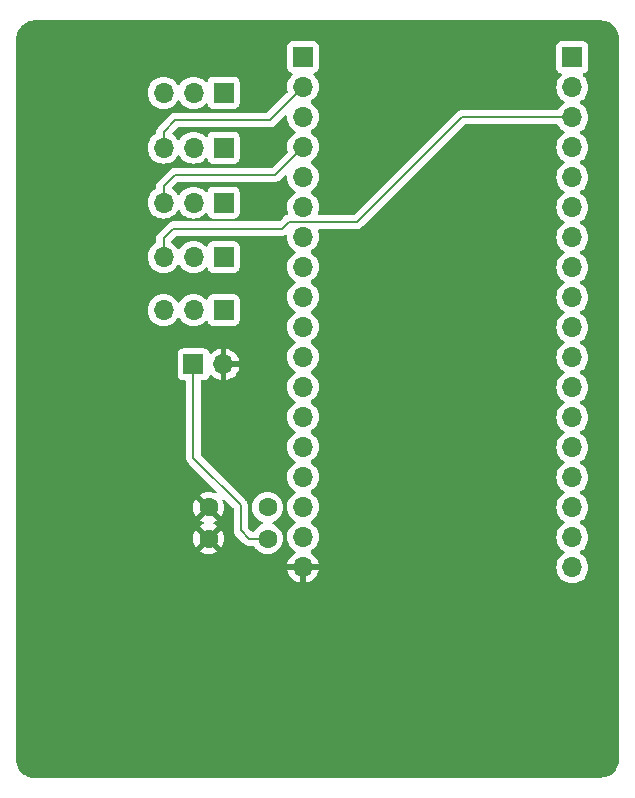
<source format=gbr>
%TF.GenerationSoftware,KiCad,Pcbnew,8.0.2*%
%TF.CreationDate,2025-02-13T09:36:27+01:00*%
%TF.ProjectId,carte_robo_pince,63617274-655f-4726-9f62-6f5f70696e63,rev?*%
%TF.SameCoordinates,Original*%
%TF.FileFunction,Copper,L2,Bot*%
%TF.FilePolarity,Positive*%
%FSLAX46Y46*%
G04 Gerber Fmt 4.6, Leading zero omitted, Abs format (unit mm)*
G04 Created by KiCad (PCBNEW 8.0.2) date 2025-02-13 09:36:27*
%MOMM*%
%LPD*%
G01*
G04 APERTURE LIST*
%TA.AperFunction,ComponentPad*%
%ADD10R,1.700000X1.700000*%
%TD*%
%TA.AperFunction,ComponentPad*%
%ADD11O,1.700000X1.700000*%
%TD*%
%TA.AperFunction,ComponentPad*%
%ADD12C,1.600000*%
%TD*%
%TA.AperFunction,Conductor*%
%ADD13C,0.200000*%
%TD*%
G04 APERTURE END LIST*
D10*
%TO.P,J3,1,Pin_1*%
%TO.N,Net-(J3-Pin_1)*%
X111275000Y-77000000D03*
D11*
%TO.P,J3,2,Pin_2*%
%TO.N,/+5V*%
X108735000Y-77000000D03*
%TO.P,J3,3,Pin_3*%
%TO.N,/16_S0*%
X106195000Y-77000000D03*
%TD*%
D10*
%TO.P,J7,1,Pin_1*%
%TO.N,Net-(J3-Pin_1)*%
X111275000Y-90900000D03*
D11*
%TO.P,J7,2,Pin_2*%
%TO.N,/+5V*%
X108735000Y-90900000D03*
%TO.P,J7,3,Pin_3*%
%TO.N,/4_S5*%
X106195000Y-90900000D03*
%TD*%
D10*
%TO.P,J1,1,Pin_1*%
%TO.N,unconnected-(J1-Pin_1-Pad1)*%
X118000000Y-73960000D03*
D11*
%TO.P,J1,2,Pin_2*%
%TO.N,/13_S2*%
X118000000Y-76500000D03*
%TO.P,J1,3,Pin_3*%
%TO.N,unconnected-(J1-Pin_3-Pad3)*%
X118000000Y-79040000D03*
%TO.P,J1,4,Pin_4*%
%TO.N,/14_S3*%
X118000000Y-81580000D03*
%TO.P,J1,5,Pin_5*%
%TO.N,unconnected-(J1-Pin_5-Pad5)*%
X118000000Y-84120000D03*
%TO.P,J1,6,Pin_6*%
%TO.N,unconnected-(J1-Pin_6-Pad6)*%
X118000000Y-86660000D03*
%TO.P,J1,7,Pin_7*%
%TO.N,unconnected-(J1-Pin_7-Pad7)*%
X118000000Y-89200000D03*
%TO.P,J1,8,Pin_8*%
%TO.N,unconnected-(J1-Pin_8-Pad8)*%
X118000000Y-91740000D03*
%TO.P,J1,9,Pin_9*%
%TO.N,unconnected-(J1-Pin_9-Pad9)*%
X118000000Y-94280000D03*
%TO.P,J1,10,Pin_10*%
%TO.N,/35*%
X118000000Y-96820000D03*
%TO.P,J1,11,Pin_11*%
%TO.N,/34*%
X118000000Y-99360000D03*
%TO.P,J1,12,Pin_12*%
%TO.N,/39*%
X118000000Y-101900000D03*
%TO.P,J1,13,Pin_13*%
%TO.N,unconnected-(J1-Pin_13-Pad13)*%
X118000000Y-104440000D03*
%TO.P,J1,14,Pin_14*%
%TO.N,unconnected-(J1-Pin_14-Pad14)*%
X118000000Y-106980000D03*
%TO.P,J1,15,Pin_15*%
%TO.N,/36*%
X118000000Y-109520000D03*
%TO.P,J1,16,Pin_16*%
%TO.N,/+3.3V*%
X118000000Y-112060000D03*
%TO.P,J1,17,Pin_17*%
%TO.N,/+5V*%
X118000000Y-114600000D03*
%TO.P,J1,18,Pin_18*%
%TO.N,GND*%
X118000000Y-117140000D03*
%TD*%
D10*
%TO.P,BT1,1,+*%
%TO.N,/+5V*%
X108725000Y-100000000D03*
D11*
%TO.P,BT1,2,-*%
%TO.N,GND*%
X111265000Y-100000000D03*
%TD*%
D10*
%TO.P,J6,1,Pin_1*%
%TO.N,Net-(J3-Pin_1)*%
X111275000Y-95400000D03*
D11*
%TO.P,J6,2,Pin_2*%
%TO.N,/+5V*%
X108735000Y-95400000D03*
%TO.P,J6,3,Pin_3*%
%TO.N,/15_S4*%
X106195000Y-95400000D03*
%TD*%
D12*
%TO.P,C1,1*%
%TO.N,/+3.3V*%
X115000000Y-112100000D03*
%TO.P,C1,2*%
%TO.N,GND*%
X110000000Y-112100000D03*
%TD*%
D10*
%TO.P,J4,1,Pin_1*%
%TO.N,Net-(J3-Pin_1)*%
X111275000Y-81650000D03*
D11*
%TO.P,J4,2,Pin_2*%
%TO.N,/+5V*%
X108735000Y-81650000D03*
%TO.P,J4,3,Pin_3*%
%TO.N,/13_S2*%
X106195000Y-81650000D03*
%TD*%
D12*
%TO.P,C2,1*%
%TO.N,/+5V*%
X115000000Y-114750000D03*
%TO.P,C2,2*%
%TO.N,GND*%
X110000000Y-114750000D03*
%TD*%
D10*
%TO.P,J2,1,Pin_1*%
%TO.N,/16_S0*%
X140800000Y-74000000D03*
D11*
%TO.P,J2,2,Pin_2*%
%TO.N,unconnected-(J2-Pin_2-Pad2)*%
X140800000Y-76540000D03*
%TO.P,J2,3,Pin_3*%
%TO.N,/4_S5*%
X140800000Y-79080000D03*
%TO.P,J2,4,Pin_4*%
%TO.N,unconnected-(J2-Pin_4-Pad4)*%
X140800000Y-81620000D03*
%TO.P,J2,5,Pin_5*%
%TO.N,/15_S4*%
X140800000Y-84160000D03*
%TO.P,J2,6,Pin_6*%
%TO.N,unconnected-(J2-Pin_6-Pad6)*%
X140800000Y-86700000D03*
%TO.P,J2,7,Pin_7*%
%TO.N,unconnected-(J2-Pin_7-Pad7)*%
X140800000Y-89240000D03*
%TO.P,J2,8,Pin_8*%
%TO.N,unconnected-(J2-Pin_8-Pad8)*%
X140800000Y-91780000D03*
%TO.P,J2,9,Pin_9*%
%TO.N,unconnected-(J2-Pin_9-Pad9)*%
X140800000Y-94320000D03*
%TO.P,J2,10,Pin_10*%
%TO.N,unconnected-(J2-Pin_10-Pad10)*%
X140800000Y-96860000D03*
%TO.P,J2,11,Pin_11*%
%TO.N,unconnected-(J2-Pin_11-Pad11)*%
X140800000Y-99400000D03*
%TO.P,J2,12,Pin_12*%
%TO.N,unconnected-(J2-Pin_12-Pad12)*%
X140800000Y-101940000D03*
%TO.P,J2,13,Pin_13*%
%TO.N,unconnected-(J2-Pin_13-Pad13)*%
X140800000Y-104480000D03*
%TO.P,J2,14,Pin_14*%
%TO.N,unconnected-(J2-Pin_14-Pad14)*%
X140800000Y-107020000D03*
%TO.P,J2,15,Pin_15*%
%TO.N,unconnected-(J2-Pin_15-Pad15)*%
X140800000Y-109560000D03*
%TO.P,J2,16,Pin_16*%
%TO.N,unconnected-(J2-Pin_16-Pad16)*%
X140800000Y-112100000D03*
%TO.P,J2,17,Pin_17*%
%TO.N,unconnected-(J2-Pin_17-Pad17)*%
X140800000Y-114640000D03*
%TO.P,J2,18,Pin_18*%
%TO.N,unconnected-(J2-Pin_18-Pad18)*%
X140800000Y-117180000D03*
%TD*%
D10*
%TO.P,J5,1,Pin_1*%
%TO.N,Net-(J3-Pin_1)*%
X111275000Y-86300000D03*
D11*
%TO.P,J5,2,Pin_2*%
%TO.N,/+5V*%
X108735000Y-86300000D03*
%TO.P,J5,3,Pin_3*%
%TO.N,/14_S3*%
X106195000Y-86300000D03*
%TD*%
D13*
%TO.N,/+5V*%
X108725000Y-107925000D02*
X108725000Y-100000000D01*
X113425000Y-114750000D02*
X112725000Y-114050000D01*
X112725000Y-114050000D02*
X112725000Y-111925000D01*
X112725000Y-111925000D02*
X108725000Y-107925000D01*
X115000000Y-114750000D02*
X113425000Y-114750000D01*
%TO.N,/13_S2*%
X115200000Y-79300000D02*
X118000000Y-76500000D01*
X106195000Y-80305000D02*
X107200000Y-79300000D01*
X106195000Y-81650000D02*
X106195000Y-80305000D01*
X107200000Y-79300000D02*
X115200000Y-79300000D01*
%TO.N,/14_S3*%
X115630000Y-83950000D02*
X118000000Y-81580000D01*
X107150000Y-83950000D02*
X115630000Y-83950000D01*
X106195000Y-84905000D02*
X107150000Y-83950000D01*
X106195000Y-86300000D02*
X106195000Y-84905000D01*
%TO.N,/4_S5*%
X106195000Y-90900000D02*
X106195000Y-89305000D01*
X122550000Y-87950000D02*
X131420000Y-79080000D01*
X131420000Y-79080000D02*
X140800000Y-79080000D01*
X116250000Y-88500000D02*
X116800000Y-87950000D01*
X106195000Y-89305000D02*
X107000000Y-88500000D01*
X116800000Y-87950000D02*
X122550000Y-87950000D01*
X107000000Y-88500000D02*
X116250000Y-88500000D01*
%TD*%
%TA.AperFunction,Conductor*%
%TO.N,GND*%
G36*
X143254418Y-70880816D02*
G01*
X143261016Y-70881287D01*
X143454561Y-70895130D01*
X143472063Y-70897647D01*
X143663797Y-70939355D01*
X143680755Y-70944334D01*
X143863424Y-71012467D01*
X143864609Y-71012909D01*
X143880701Y-71020259D01*
X144052904Y-71114288D01*
X144067784Y-71123849D01*
X144136571Y-71175343D01*
X144224867Y-71241441D01*
X144238237Y-71253027D01*
X144376972Y-71391762D01*
X144388558Y-71405132D01*
X144506146Y-71562210D01*
X144515711Y-71577095D01*
X144609740Y-71749298D01*
X144617090Y-71765390D01*
X144685662Y-71949236D01*
X144690646Y-71966212D01*
X144732351Y-72157931D01*
X144734869Y-72175443D01*
X144749181Y-72375562D01*
X144749497Y-72384437D01*
X144735302Y-133412064D01*
X144735285Y-133412350D01*
X144735285Y-133481364D01*
X144734969Y-133490209D01*
X144720657Y-133690345D01*
X144718139Y-133707858D01*
X144676433Y-133899580D01*
X144671449Y-133916555D01*
X144602881Y-134100396D01*
X144595531Y-134116490D01*
X144501498Y-134288699D01*
X144491933Y-134303582D01*
X144374351Y-134460654D01*
X144362765Y-134474025D01*
X144224025Y-134612765D01*
X144210654Y-134624351D01*
X144053582Y-134741933D01*
X144038699Y-134751498D01*
X143866490Y-134845531D01*
X143850396Y-134852881D01*
X143666555Y-134921449D01*
X143649580Y-134926433D01*
X143457858Y-134968139D01*
X143440345Y-134970657D01*
X143240216Y-134984969D01*
X143231371Y-134985285D01*
X143162089Y-134985285D01*
X143161658Y-134985313D01*
X95318521Y-135003134D01*
X95308114Y-135002506D01*
X95244561Y-135003141D01*
X95235659Y-135002910D01*
X95034095Y-134990427D01*
X95016449Y-134988053D01*
X94823145Y-134947747D01*
X94806021Y-134942871D01*
X94736890Y-134917693D01*
X94620468Y-134875291D01*
X94604226Y-134868016D01*
X94430272Y-134774562D01*
X94415245Y-134765040D01*
X94256452Y-134647625D01*
X94242940Y-134636044D01*
X94102616Y-134497114D01*
X94090895Y-134483711D01*
X93971911Y-134326111D01*
X93962240Y-134311182D01*
X93867045Y-134138152D01*
X93859611Y-134121989D01*
X93790184Y-133937124D01*
X93785137Y-133920049D01*
X93742901Y-133727146D01*
X93740352Y-133709525D01*
X93725820Y-133507571D01*
X93725500Y-133498669D01*
X93725500Y-133481364D01*
X93725501Y-133437779D01*
X93725500Y-133437775D01*
X93725500Y-99102135D01*
X107374500Y-99102135D01*
X107374500Y-100897870D01*
X107374501Y-100897876D01*
X107380908Y-100957483D01*
X107431202Y-101092328D01*
X107431206Y-101092335D01*
X107517452Y-101207544D01*
X107517455Y-101207547D01*
X107632664Y-101293793D01*
X107632671Y-101293797D01*
X107677618Y-101310561D01*
X107767517Y-101344091D01*
X107827127Y-101350500D01*
X108000500Y-101350499D01*
X108067539Y-101370183D01*
X108113294Y-101422987D01*
X108124500Y-101474499D01*
X108124500Y-107838330D01*
X108124499Y-107838348D01*
X108124499Y-108004054D01*
X108124498Y-108004054D01*
X108165423Y-108156785D01*
X108165424Y-108156788D01*
X108169786Y-108164342D01*
X108169789Y-108164347D01*
X108244477Y-108293712D01*
X108244481Y-108293717D01*
X108363349Y-108412585D01*
X108363355Y-108412590D01*
X110657658Y-110706893D01*
X110691143Y-110768216D01*
X110686159Y-110837908D01*
X110644287Y-110893841D01*
X110578823Y-110918258D01*
X110517573Y-110906956D01*
X110446331Y-110873735D01*
X110446317Y-110873730D01*
X110226610Y-110814860D01*
X110226599Y-110814858D01*
X110000002Y-110795034D01*
X109999998Y-110795034D01*
X109773400Y-110814858D01*
X109773389Y-110814860D01*
X109553682Y-110873730D01*
X109553673Y-110873734D01*
X109347516Y-110969866D01*
X109347512Y-110969868D01*
X109274526Y-111020973D01*
X109274526Y-111020974D01*
X109953553Y-111700000D01*
X109947339Y-111700000D01*
X109845606Y-111727259D01*
X109754394Y-111779920D01*
X109679920Y-111854394D01*
X109627259Y-111945606D01*
X109600000Y-112047339D01*
X109600000Y-112053552D01*
X108920974Y-111374526D01*
X108920973Y-111374526D01*
X108869868Y-111447512D01*
X108869866Y-111447516D01*
X108773734Y-111653673D01*
X108773730Y-111653682D01*
X108714860Y-111873389D01*
X108714858Y-111873400D01*
X108695034Y-112099997D01*
X108695034Y-112100002D01*
X108714858Y-112326599D01*
X108714860Y-112326610D01*
X108773730Y-112546317D01*
X108773735Y-112546331D01*
X108869863Y-112752478D01*
X108920974Y-112825472D01*
X109600000Y-112146446D01*
X109600000Y-112152661D01*
X109627259Y-112254394D01*
X109679920Y-112345606D01*
X109754394Y-112420080D01*
X109845606Y-112472741D01*
X109947339Y-112500000D01*
X109953553Y-112500000D01*
X109274526Y-113179025D01*
X109347513Y-113230132D01*
X109347517Y-113230134D01*
X109524404Y-113312618D01*
X109576843Y-113358790D01*
X109595995Y-113425984D01*
X109575779Y-113492865D01*
X109524404Y-113537382D01*
X109347516Y-113619866D01*
X109347512Y-113619868D01*
X109274526Y-113670973D01*
X109274526Y-113670974D01*
X109953553Y-114350000D01*
X109947339Y-114350000D01*
X109845606Y-114377259D01*
X109754394Y-114429920D01*
X109679920Y-114504394D01*
X109627259Y-114595606D01*
X109600000Y-114697339D01*
X109600000Y-114703552D01*
X108920974Y-114024526D01*
X108920973Y-114024526D01*
X108869868Y-114097512D01*
X108869866Y-114097516D01*
X108773734Y-114303673D01*
X108773730Y-114303682D01*
X108714860Y-114523389D01*
X108714858Y-114523400D01*
X108695034Y-114749997D01*
X108695034Y-114750002D01*
X108714858Y-114976599D01*
X108714860Y-114976610D01*
X108773730Y-115196317D01*
X108773735Y-115196331D01*
X108869863Y-115402478D01*
X108920974Y-115475472D01*
X109600000Y-114796446D01*
X109600000Y-114802661D01*
X109627259Y-114904394D01*
X109679920Y-114995606D01*
X109754394Y-115070080D01*
X109845606Y-115122741D01*
X109947339Y-115150000D01*
X109953553Y-115150000D01*
X109274526Y-115829025D01*
X109347513Y-115880132D01*
X109347521Y-115880136D01*
X109553668Y-115976264D01*
X109553682Y-115976269D01*
X109773389Y-116035139D01*
X109773400Y-116035141D01*
X109999998Y-116054966D01*
X110000002Y-116054966D01*
X110226599Y-116035141D01*
X110226610Y-116035139D01*
X110446317Y-115976269D01*
X110446331Y-115976264D01*
X110652478Y-115880136D01*
X110725471Y-115829024D01*
X110046447Y-115150000D01*
X110052661Y-115150000D01*
X110154394Y-115122741D01*
X110245606Y-115070080D01*
X110320080Y-114995606D01*
X110372741Y-114904394D01*
X110400000Y-114802661D01*
X110400000Y-114796447D01*
X111079024Y-115475471D01*
X111130136Y-115402478D01*
X111226264Y-115196331D01*
X111226269Y-115196317D01*
X111285139Y-114976610D01*
X111285141Y-114976599D01*
X111304966Y-114750002D01*
X111304966Y-114749997D01*
X111285141Y-114523400D01*
X111285139Y-114523389D01*
X111226269Y-114303682D01*
X111226264Y-114303668D01*
X111130136Y-114097521D01*
X111130132Y-114097513D01*
X111079025Y-114024526D01*
X110400000Y-114703551D01*
X110400000Y-114697339D01*
X110372741Y-114595606D01*
X110320080Y-114504394D01*
X110245606Y-114429920D01*
X110154394Y-114377259D01*
X110052661Y-114350000D01*
X110046448Y-114350000D01*
X110725472Y-113670974D01*
X110652478Y-113619863D01*
X110475596Y-113537382D01*
X110423156Y-113491210D01*
X110404004Y-113424017D01*
X110424220Y-113357135D01*
X110475596Y-113312618D01*
X110652478Y-113230136D01*
X110725471Y-113179024D01*
X110046447Y-112500000D01*
X110052661Y-112500000D01*
X110154394Y-112472741D01*
X110245606Y-112420080D01*
X110320080Y-112345606D01*
X110372741Y-112254394D01*
X110400000Y-112152661D01*
X110400000Y-112146447D01*
X111079024Y-112825471D01*
X111130136Y-112752478D01*
X111226264Y-112546331D01*
X111226269Y-112546317D01*
X111285139Y-112326610D01*
X111285141Y-112326599D01*
X111304966Y-112100002D01*
X111304966Y-112099997D01*
X111285141Y-111873400D01*
X111285139Y-111873389D01*
X111226269Y-111653682D01*
X111226266Y-111653673D01*
X111193043Y-111582427D01*
X111182551Y-111513350D01*
X111211071Y-111449566D01*
X111269547Y-111411326D01*
X111339414Y-111410771D01*
X111393106Y-111442341D01*
X112088181Y-112137416D01*
X112121666Y-112198739D01*
X112124500Y-112225097D01*
X112124500Y-113963330D01*
X112124499Y-113963348D01*
X112124499Y-114129054D01*
X112124498Y-114129054D01*
X112165423Y-114281785D01*
X112177963Y-114303504D01*
X112177964Y-114303507D01*
X112244475Y-114418709D01*
X112244481Y-114418717D01*
X112363349Y-114537585D01*
X112363355Y-114537590D01*
X112940139Y-115114374D01*
X112940149Y-115114385D01*
X112944479Y-115118715D01*
X112944480Y-115118716D01*
X113056284Y-115230520D01*
X113056286Y-115230521D01*
X113056290Y-115230524D01*
X113138228Y-115277830D01*
X113193216Y-115309577D01*
X113305019Y-115339534D01*
X113345942Y-115350500D01*
X113345943Y-115350500D01*
X113768308Y-115350500D01*
X113835347Y-115370185D01*
X113869880Y-115403374D01*
X113955480Y-115525624D01*
X113999954Y-115589141D01*
X114160858Y-115750045D01*
X114160861Y-115750047D01*
X114347266Y-115880568D01*
X114553504Y-115976739D01*
X114773308Y-116035635D01*
X114935230Y-116049801D01*
X114999998Y-116055468D01*
X115000000Y-116055468D01*
X115000002Y-116055468D01*
X115056673Y-116050509D01*
X115226692Y-116035635D01*
X115446496Y-115976739D01*
X115652734Y-115880568D01*
X115839139Y-115750047D01*
X116000047Y-115589139D01*
X116130568Y-115402734D01*
X116226739Y-115196496D01*
X116285635Y-114976692D01*
X116305468Y-114750000D01*
X116285635Y-114523308D01*
X116226739Y-114303504D01*
X116130568Y-114097266D01*
X116000047Y-113910861D01*
X116000045Y-113910858D01*
X115839141Y-113749954D01*
X115652734Y-113619432D01*
X115652732Y-113619431D01*
X115614292Y-113601506D01*
X115476775Y-113537380D01*
X115424338Y-113491210D01*
X115405186Y-113424016D01*
X115425402Y-113357135D01*
X115476775Y-113312619D01*
X115652734Y-113230568D01*
X115839139Y-113100047D01*
X116000047Y-112939139D01*
X116130568Y-112752734D01*
X116226739Y-112546496D01*
X116285635Y-112326692D01*
X116305468Y-112100000D01*
X116301968Y-112060000D01*
X116285635Y-111873313D01*
X116285635Y-111873308D01*
X116239198Y-111700000D01*
X116226741Y-111653511D01*
X116226738Y-111653502D01*
X116218733Y-111636335D01*
X116130568Y-111447266D01*
X116000047Y-111260861D01*
X116000045Y-111260858D01*
X115839141Y-111099954D01*
X115652734Y-110969432D01*
X115652732Y-110969431D01*
X115446497Y-110873261D01*
X115446488Y-110873258D01*
X115226697Y-110814366D01*
X115226693Y-110814365D01*
X115226692Y-110814365D01*
X115226691Y-110814364D01*
X115226686Y-110814364D01*
X115000002Y-110794532D01*
X114999998Y-110794532D01*
X114773313Y-110814364D01*
X114773302Y-110814366D01*
X114553511Y-110873258D01*
X114553502Y-110873261D01*
X114347267Y-110969431D01*
X114347265Y-110969432D01*
X114160858Y-111099954D01*
X113999954Y-111260858D01*
X113869432Y-111447265D01*
X113869431Y-111447267D01*
X113773261Y-111653502D01*
X113773258Y-111653511D01*
X113714366Y-111873302D01*
X113714364Y-111873313D01*
X113694532Y-112099998D01*
X113694532Y-112100001D01*
X113714364Y-112326686D01*
X113714366Y-112326697D01*
X113773258Y-112546488D01*
X113773261Y-112546497D01*
X113869431Y-112752732D01*
X113869432Y-112752734D01*
X113999954Y-112939141D01*
X114160858Y-113100045D01*
X114160861Y-113100047D01*
X114347266Y-113230568D01*
X114523222Y-113312618D01*
X114575661Y-113358791D01*
X114594813Y-113425984D01*
X114574597Y-113492865D01*
X114523222Y-113537382D01*
X114347267Y-113619431D01*
X114347265Y-113619432D01*
X114160858Y-113749954D01*
X113999954Y-113910858D01*
X113923450Y-114020118D01*
X113869881Y-114096624D01*
X113815307Y-114140248D01*
X113768308Y-114149500D01*
X113725097Y-114149500D01*
X113658058Y-114129815D01*
X113637416Y-114113181D01*
X113361819Y-113837584D01*
X113328334Y-113776261D01*
X113325500Y-113749903D01*
X113325500Y-111845943D01*
X113325499Y-111845939D01*
X113315378Y-111808166D01*
X113315378Y-111808165D01*
X113284577Y-111693215D01*
X113228644Y-111596337D01*
X113205520Y-111556284D01*
X113093716Y-111444480D01*
X113093715Y-111444479D01*
X113089385Y-111440149D01*
X113089374Y-111440139D01*
X109361819Y-107712584D01*
X109328334Y-107651261D01*
X109325500Y-107624903D01*
X109325500Y-101474499D01*
X109345185Y-101407460D01*
X109397989Y-101361705D01*
X109449500Y-101350499D01*
X109622871Y-101350499D01*
X109622872Y-101350499D01*
X109682483Y-101344091D01*
X109817331Y-101293796D01*
X109932546Y-101207546D01*
X110018796Y-101092331D01*
X110027648Y-101068599D01*
X110068002Y-100960402D01*
X110109872Y-100904468D01*
X110175337Y-100880050D01*
X110243610Y-100894901D01*
X110271865Y-100916053D01*
X110393917Y-101038105D01*
X110587421Y-101173600D01*
X110801507Y-101273429D01*
X110801516Y-101273433D01*
X111015000Y-101330634D01*
X111015000Y-100433012D01*
X111072007Y-100465925D01*
X111199174Y-100500000D01*
X111330826Y-100500000D01*
X111457993Y-100465925D01*
X111515000Y-100433012D01*
X111515000Y-101330633D01*
X111728483Y-101273433D01*
X111728492Y-101273429D01*
X111942578Y-101173600D01*
X112136082Y-101038105D01*
X112303105Y-100871082D01*
X112438600Y-100677578D01*
X112538429Y-100463492D01*
X112538432Y-100463486D01*
X112595636Y-100250000D01*
X111698012Y-100250000D01*
X111730925Y-100192993D01*
X111765000Y-100065826D01*
X111765000Y-99934174D01*
X111730925Y-99807007D01*
X111698012Y-99750000D01*
X112595636Y-99750000D01*
X112595635Y-99749999D01*
X112538432Y-99536513D01*
X112538429Y-99536507D01*
X112438600Y-99322422D01*
X112438599Y-99322420D01*
X112303113Y-99128926D01*
X112303108Y-99128920D01*
X112136082Y-98961894D01*
X111942578Y-98826399D01*
X111728492Y-98726570D01*
X111728486Y-98726567D01*
X111515000Y-98669364D01*
X111515000Y-99566988D01*
X111457993Y-99534075D01*
X111330826Y-99500000D01*
X111199174Y-99500000D01*
X111072007Y-99534075D01*
X111015000Y-99566988D01*
X111015000Y-98669364D01*
X111014999Y-98669364D01*
X110801513Y-98726567D01*
X110801507Y-98726570D01*
X110587422Y-98826399D01*
X110587420Y-98826400D01*
X110393926Y-98961886D01*
X110271865Y-99083947D01*
X110210542Y-99117431D01*
X110140850Y-99112447D01*
X110084917Y-99070575D01*
X110068002Y-99039598D01*
X110018797Y-98907671D01*
X110018793Y-98907664D01*
X109932547Y-98792455D01*
X109932544Y-98792452D01*
X109817335Y-98706206D01*
X109817328Y-98706202D01*
X109682482Y-98655908D01*
X109682483Y-98655908D01*
X109622883Y-98649501D01*
X109622881Y-98649500D01*
X109622873Y-98649500D01*
X109622864Y-98649500D01*
X107827129Y-98649500D01*
X107827123Y-98649501D01*
X107767516Y-98655908D01*
X107632671Y-98706202D01*
X107632664Y-98706206D01*
X107517455Y-98792452D01*
X107517452Y-98792455D01*
X107431206Y-98907664D01*
X107431202Y-98907671D01*
X107380908Y-99042517D01*
X107374501Y-99102116D01*
X107374500Y-99102135D01*
X93725500Y-99102135D01*
X93725500Y-95399999D01*
X104839341Y-95399999D01*
X104839341Y-95400000D01*
X104859936Y-95635403D01*
X104859938Y-95635413D01*
X104921094Y-95863655D01*
X104921096Y-95863659D01*
X104921097Y-95863663D01*
X104979355Y-95988597D01*
X105020965Y-96077830D01*
X105020967Y-96077834D01*
X105066017Y-96142171D01*
X105156505Y-96271401D01*
X105323599Y-96438495D01*
X105420384Y-96506265D01*
X105517165Y-96574032D01*
X105517167Y-96574033D01*
X105517170Y-96574035D01*
X105731337Y-96673903D01*
X105959592Y-96735063D01*
X106136034Y-96750500D01*
X106194999Y-96755659D01*
X106195000Y-96755659D01*
X106195001Y-96755659D01*
X106253966Y-96750500D01*
X106430408Y-96735063D01*
X106658663Y-96673903D01*
X106872830Y-96574035D01*
X107066401Y-96438495D01*
X107233495Y-96271401D01*
X107363425Y-96085842D01*
X107418002Y-96042217D01*
X107487500Y-96035023D01*
X107549855Y-96066546D01*
X107566575Y-96085842D01*
X107696500Y-96271395D01*
X107696505Y-96271401D01*
X107863599Y-96438495D01*
X107960384Y-96506265D01*
X108057165Y-96574032D01*
X108057167Y-96574033D01*
X108057170Y-96574035D01*
X108271337Y-96673903D01*
X108499592Y-96735063D01*
X108676034Y-96750500D01*
X108734999Y-96755659D01*
X108735000Y-96755659D01*
X108735001Y-96755659D01*
X108793966Y-96750500D01*
X108970408Y-96735063D01*
X109198663Y-96673903D01*
X109412830Y-96574035D01*
X109606401Y-96438495D01*
X109728329Y-96316566D01*
X109789648Y-96283084D01*
X109859340Y-96288068D01*
X109915274Y-96329939D01*
X109932189Y-96360917D01*
X109981202Y-96492328D01*
X109981206Y-96492335D01*
X110067452Y-96607544D01*
X110067455Y-96607547D01*
X110182664Y-96693793D01*
X110182671Y-96693797D01*
X110317517Y-96744091D01*
X110317516Y-96744091D01*
X110324444Y-96744835D01*
X110377127Y-96750500D01*
X112172872Y-96750499D01*
X112232483Y-96744091D01*
X112367331Y-96693796D01*
X112482546Y-96607546D01*
X112568796Y-96492331D01*
X112619091Y-96357483D01*
X112625500Y-96297873D01*
X112625499Y-94502128D01*
X112619091Y-94442517D01*
X112617810Y-94439083D01*
X112568797Y-94307671D01*
X112568793Y-94307664D01*
X112482547Y-94192455D01*
X112482544Y-94192452D01*
X112367335Y-94106206D01*
X112367328Y-94106202D01*
X112232482Y-94055908D01*
X112232483Y-94055908D01*
X112172883Y-94049501D01*
X112172881Y-94049500D01*
X112172873Y-94049500D01*
X112172864Y-94049500D01*
X110377129Y-94049500D01*
X110377123Y-94049501D01*
X110317516Y-94055908D01*
X110182671Y-94106202D01*
X110182664Y-94106206D01*
X110067455Y-94192452D01*
X110067452Y-94192455D01*
X109981206Y-94307664D01*
X109981203Y-94307669D01*
X109932189Y-94439083D01*
X109890317Y-94495016D01*
X109824853Y-94519433D01*
X109756580Y-94504581D01*
X109728326Y-94483430D01*
X109606402Y-94361506D01*
X109606395Y-94361501D01*
X109412834Y-94225967D01*
X109412830Y-94225965D01*
X109412828Y-94225964D01*
X109198663Y-94126097D01*
X109198659Y-94126096D01*
X109198655Y-94126094D01*
X108970413Y-94064938D01*
X108970403Y-94064936D01*
X108735001Y-94044341D01*
X108734999Y-94044341D01*
X108499596Y-94064936D01*
X108499586Y-94064938D01*
X108271344Y-94126094D01*
X108271335Y-94126098D01*
X108057171Y-94225964D01*
X108057169Y-94225965D01*
X107863597Y-94361505D01*
X107696505Y-94528597D01*
X107566575Y-94714158D01*
X107511998Y-94757783D01*
X107442500Y-94764977D01*
X107380145Y-94733454D01*
X107363425Y-94714158D01*
X107233494Y-94528597D01*
X107066402Y-94361506D01*
X107066395Y-94361501D01*
X106872834Y-94225967D01*
X106872830Y-94225965D01*
X106872828Y-94225964D01*
X106658663Y-94126097D01*
X106658659Y-94126096D01*
X106658655Y-94126094D01*
X106430413Y-94064938D01*
X106430403Y-94064936D01*
X106195001Y-94044341D01*
X106194999Y-94044341D01*
X105959596Y-94064936D01*
X105959586Y-94064938D01*
X105731344Y-94126094D01*
X105731335Y-94126098D01*
X105517171Y-94225964D01*
X105517169Y-94225965D01*
X105323597Y-94361505D01*
X105156505Y-94528597D01*
X105020965Y-94722169D01*
X105020964Y-94722171D01*
X104921098Y-94936335D01*
X104921094Y-94936344D01*
X104859938Y-95164586D01*
X104859936Y-95164596D01*
X104839341Y-95399999D01*
X93725500Y-95399999D01*
X93725500Y-81649999D01*
X104839341Y-81649999D01*
X104839341Y-81650000D01*
X104859936Y-81885403D01*
X104859938Y-81885413D01*
X104921094Y-82113655D01*
X104921096Y-82113659D01*
X104921097Y-82113663D01*
X104988325Y-82257834D01*
X105020965Y-82327830D01*
X105020967Y-82327834D01*
X105107486Y-82451395D01*
X105156505Y-82521401D01*
X105323599Y-82688495D01*
X105409188Y-82748425D01*
X105517165Y-82824032D01*
X105517167Y-82824033D01*
X105517170Y-82824035D01*
X105731337Y-82923903D01*
X105959592Y-82985063D01*
X106136034Y-83000500D01*
X106194999Y-83005659D01*
X106195000Y-83005659D01*
X106195001Y-83005659D01*
X106253966Y-83000500D01*
X106430408Y-82985063D01*
X106658663Y-82923903D01*
X106872830Y-82824035D01*
X107066401Y-82688495D01*
X107233495Y-82521401D01*
X107363425Y-82335842D01*
X107418002Y-82292217D01*
X107487500Y-82285023D01*
X107549855Y-82316546D01*
X107566575Y-82335842D01*
X107696500Y-82521395D01*
X107696505Y-82521401D01*
X107863599Y-82688495D01*
X107949188Y-82748425D01*
X108057165Y-82824032D01*
X108057167Y-82824033D01*
X108057170Y-82824035D01*
X108271337Y-82923903D01*
X108499592Y-82985063D01*
X108676034Y-83000500D01*
X108734999Y-83005659D01*
X108735000Y-83005659D01*
X108735001Y-83005659D01*
X108793966Y-83000500D01*
X108970408Y-82985063D01*
X109198663Y-82923903D01*
X109412830Y-82824035D01*
X109606401Y-82688495D01*
X109728329Y-82566566D01*
X109789648Y-82533084D01*
X109859340Y-82538068D01*
X109915274Y-82579939D01*
X109932189Y-82610917D01*
X109981202Y-82742328D01*
X109981206Y-82742335D01*
X110067452Y-82857544D01*
X110067455Y-82857547D01*
X110182664Y-82943793D01*
X110182671Y-82943797D01*
X110317517Y-82994091D01*
X110317516Y-82994091D01*
X110324444Y-82994835D01*
X110377127Y-83000500D01*
X112172872Y-83000499D01*
X112232483Y-82994091D01*
X112367331Y-82943796D01*
X112482546Y-82857546D01*
X112568796Y-82742331D01*
X112619091Y-82607483D01*
X112625500Y-82547873D01*
X112625499Y-80752128D01*
X112619091Y-80692517D01*
X112617810Y-80689083D01*
X112568797Y-80557671D01*
X112568793Y-80557664D01*
X112482547Y-80442455D01*
X112482544Y-80442452D01*
X112367335Y-80356206D01*
X112367328Y-80356202D01*
X112232482Y-80305908D01*
X112232483Y-80305908D01*
X112172883Y-80299501D01*
X112172881Y-80299500D01*
X112172873Y-80299500D01*
X112172864Y-80299500D01*
X110377129Y-80299500D01*
X110377123Y-80299501D01*
X110317516Y-80305908D01*
X110182671Y-80356202D01*
X110182664Y-80356206D01*
X110067455Y-80442452D01*
X110067452Y-80442455D01*
X109981206Y-80557664D01*
X109981203Y-80557669D01*
X109932189Y-80689083D01*
X109890317Y-80745016D01*
X109824853Y-80769433D01*
X109756580Y-80754581D01*
X109728326Y-80733430D01*
X109606402Y-80611506D01*
X109606395Y-80611501D01*
X109412834Y-80475967D01*
X109412830Y-80475965D01*
X109407091Y-80473289D01*
X109198663Y-80376097D01*
X109198659Y-80376096D01*
X109198655Y-80376094D01*
X108970413Y-80314938D01*
X108970403Y-80314936D01*
X108735001Y-80294341D01*
X108734999Y-80294341D01*
X108499596Y-80314936D01*
X108499586Y-80314938D01*
X108271344Y-80376094D01*
X108271335Y-80376098D01*
X108057171Y-80475964D01*
X108057169Y-80475965D01*
X107863597Y-80611505D01*
X107696505Y-80778597D01*
X107566575Y-80964158D01*
X107511998Y-81007783D01*
X107442500Y-81014977D01*
X107380145Y-80983454D01*
X107363425Y-80964158D01*
X107233494Y-80778597D01*
X107066402Y-80611505D01*
X106994140Y-80560907D01*
X106950515Y-80506330D01*
X106943321Y-80436832D01*
X106974844Y-80374477D01*
X106977509Y-80371725D01*
X107412418Y-79936816D01*
X107473740Y-79903334D01*
X107500098Y-79900500D01*
X115113331Y-79900500D01*
X115113347Y-79900501D01*
X115120943Y-79900501D01*
X115279054Y-79900501D01*
X115279057Y-79900501D01*
X115431785Y-79859577D01*
X115505289Y-79817139D01*
X115568716Y-79780520D01*
X115680520Y-79668716D01*
X115680520Y-79668714D01*
X115690724Y-79658511D01*
X115690728Y-79658506D01*
X116435570Y-78913663D01*
X116496891Y-78880180D01*
X116566583Y-78885164D01*
X116622516Y-78927036D01*
X116646933Y-78992500D01*
X116646777Y-79012153D01*
X116644341Y-79039997D01*
X116644341Y-79040000D01*
X116664936Y-79275403D01*
X116664938Y-79275413D01*
X116726094Y-79503655D01*
X116726096Y-79503659D01*
X116726097Y-79503663D01*
X116798304Y-79658511D01*
X116825965Y-79717830D01*
X116825967Y-79717834D01*
X116900641Y-79824478D01*
X116955856Y-79903334D01*
X116961501Y-79911395D01*
X116961506Y-79911402D01*
X117128597Y-80078493D01*
X117128603Y-80078498D01*
X117314158Y-80208425D01*
X117357783Y-80263002D01*
X117364977Y-80332500D01*
X117333454Y-80394855D01*
X117314158Y-80411575D01*
X117128597Y-80541505D01*
X116961505Y-80708597D01*
X116825965Y-80902169D01*
X116825964Y-80902171D01*
X116726098Y-81116335D01*
X116726094Y-81116344D01*
X116664938Y-81344586D01*
X116664936Y-81344596D01*
X116644341Y-81579999D01*
X116644341Y-81580000D01*
X116664936Y-81815403D01*
X116664938Y-81815413D01*
X116699327Y-81943756D01*
X116697664Y-82013606D01*
X116667233Y-82063530D01*
X115417584Y-83313181D01*
X115356261Y-83346666D01*
X115329903Y-83349500D01*
X107236669Y-83349500D01*
X107236653Y-83349499D01*
X107229057Y-83349499D01*
X107070943Y-83349499D01*
X106963587Y-83378265D01*
X106918210Y-83390424D01*
X106918209Y-83390425D01*
X106868096Y-83419359D01*
X106868095Y-83419360D01*
X106828588Y-83442169D01*
X106781285Y-83469479D01*
X106781282Y-83469481D01*
X105714479Y-84536284D01*
X105704636Y-84553334D01*
X105687126Y-84583663D01*
X105635423Y-84673215D01*
X105594499Y-84825943D01*
X105594499Y-84825945D01*
X105594499Y-84994046D01*
X105594500Y-84994059D01*
X105594500Y-85010908D01*
X105574815Y-85077947D01*
X105522914Y-85123286D01*
X105517173Y-85125963D01*
X105517169Y-85125965D01*
X105323597Y-85261505D01*
X105156505Y-85428597D01*
X105020965Y-85622169D01*
X105020964Y-85622171D01*
X104921098Y-85836335D01*
X104921094Y-85836344D01*
X104859938Y-86064586D01*
X104859936Y-86064596D01*
X104839341Y-86299999D01*
X104839341Y-86300000D01*
X104859936Y-86535403D01*
X104859938Y-86535413D01*
X104921094Y-86763655D01*
X104921096Y-86763659D01*
X104921097Y-86763663D01*
X104925000Y-86772032D01*
X105020965Y-86977830D01*
X105020967Y-86977834D01*
X105123073Y-87123655D01*
X105156505Y-87171401D01*
X105323599Y-87338495D01*
X105420384Y-87406265D01*
X105517165Y-87474032D01*
X105517167Y-87474033D01*
X105517170Y-87474035D01*
X105731337Y-87573903D01*
X105731343Y-87573904D01*
X105731344Y-87573905D01*
X105758891Y-87581286D01*
X105959592Y-87635063D01*
X106136034Y-87650500D01*
X106194999Y-87655659D01*
X106195000Y-87655659D01*
X106195001Y-87655659D01*
X106253966Y-87650500D01*
X106430408Y-87635063D01*
X106658663Y-87573903D01*
X106872830Y-87474035D01*
X107066401Y-87338495D01*
X107233495Y-87171401D01*
X107363425Y-86985842D01*
X107418002Y-86942217D01*
X107487500Y-86935023D01*
X107549855Y-86966546D01*
X107566575Y-86985842D01*
X107696500Y-87171395D01*
X107696505Y-87171401D01*
X107863599Y-87338495D01*
X107960384Y-87406265D01*
X108057165Y-87474032D01*
X108057167Y-87474033D01*
X108057170Y-87474035D01*
X108271337Y-87573903D01*
X108271343Y-87573904D01*
X108271344Y-87573905D01*
X108298891Y-87581286D01*
X108499592Y-87635063D01*
X108676011Y-87650498D01*
X108692858Y-87651972D01*
X108734655Y-87668322D01*
X108753015Y-87656523D01*
X108777142Y-87651972D01*
X108793989Y-87650498D01*
X108970408Y-87635063D01*
X109198663Y-87573903D01*
X109412830Y-87474035D01*
X109606401Y-87338495D01*
X109728329Y-87216566D01*
X109789648Y-87183084D01*
X109859340Y-87188068D01*
X109915274Y-87229939D01*
X109932189Y-87260917D01*
X109981202Y-87392328D01*
X109981206Y-87392335D01*
X110067452Y-87507544D01*
X110067455Y-87507547D01*
X110182664Y-87593793D01*
X110182671Y-87593797D01*
X110317517Y-87644091D01*
X110317516Y-87644091D01*
X110324444Y-87644835D01*
X110377127Y-87650500D01*
X112172872Y-87650499D01*
X112232483Y-87644091D01*
X112367331Y-87593796D01*
X112482546Y-87507546D01*
X112568796Y-87392331D01*
X112619091Y-87257483D01*
X112625500Y-87197873D01*
X112625499Y-85402128D01*
X112619091Y-85342517D01*
X112617810Y-85339083D01*
X112568797Y-85207671D01*
X112568793Y-85207664D01*
X112482547Y-85092455D01*
X112482544Y-85092452D01*
X112367335Y-85006206D01*
X112367328Y-85006202D01*
X112232482Y-84955908D01*
X112232483Y-84955908D01*
X112172883Y-84949501D01*
X112172881Y-84949500D01*
X112172873Y-84949500D01*
X112172864Y-84949500D01*
X110377129Y-84949500D01*
X110377123Y-84949501D01*
X110317516Y-84955908D01*
X110182671Y-85006202D01*
X110182664Y-85006206D01*
X110067455Y-85092452D01*
X110067452Y-85092455D01*
X109981206Y-85207664D01*
X109981203Y-85207669D01*
X109932189Y-85339083D01*
X109890317Y-85395016D01*
X109824853Y-85419433D01*
X109756580Y-85404581D01*
X109728326Y-85383430D01*
X109606402Y-85261506D01*
X109606395Y-85261501D01*
X109412834Y-85125967D01*
X109412830Y-85125965D01*
X109407085Y-85123286D01*
X109198663Y-85026097D01*
X109198659Y-85026096D01*
X109198655Y-85026094D01*
X108970413Y-84964938D01*
X108970403Y-84964936D01*
X108735001Y-84944341D01*
X108734999Y-84944341D01*
X108499596Y-84964936D01*
X108499586Y-84964938D01*
X108271344Y-85026094D01*
X108271337Y-85026096D01*
X108271337Y-85026097D01*
X108259963Y-85031401D01*
X108057171Y-85125964D01*
X108057169Y-85125965D01*
X107863597Y-85261505D01*
X107696505Y-85428597D01*
X107566575Y-85614158D01*
X107511998Y-85657783D01*
X107442500Y-85664977D01*
X107380145Y-85633454D01*
X107363425Y-85614158D01*
X107233494Y-85428597D01*
X107066402Y-85261506D01*
X107066401Y-85261505D01*
X106964730Y-85190314D01*
X106921107Y-85135738D01*
X106913914Y-85066239D01*
X106945436Y-85003885D01*
X106948136Y-85001097D01*
X107362416Y-84586819D01*
X107423739Y-84553334D01*
X107450097Y-84550500D01*
X115543331Y-84550500D01*
X115543347Y-84550501D01*
X115550943Y-84550501D01*
X115709054Y-84550501D01*
X115709057Y-84550501D01*
X115861785Y-84509577D01*
X115911904Y-84480639D01*
X115998716Y-84430520D01*
X116110520Y-84318716D01*
X116110520Y-84318714D01*
X116120728Y-84308507D01*
X116120730Y-84308504D01*
X116435570Y-83993663D01*
X116496891Y-83960180D01*
X116566583Y-83965164D01*
X116622516Y-84007036D01*
X116646933Y-84072500D01*
X116646777Y-84092153D01*
X116644341Y-84119997D01*
X116644341Y-84120000D01*
X116664936Y-84355403D01*
X116664938Y-84355413D01*
X116726094Y-84583655D01*
X116726096Y-84583660D01*
X116726097Y-84583663D01*
X116744750Y-84623664D01*
X116825965Y-84797830D01*
X116825967Y-84797834D01*
X116961501Y-84991395D01*
X116961506Y-84991402D01*
X117128597Y-85158493D01*
X117128603Y-85158498D01*
X117314158Y-85288425D01*
X117357783Y-85343002D01*
X117364977Y-85412500D01*
X117333454Y-85474855D01*
X117314158Y-85491575D01*
X117128597Y-85621505D01*
X116961505Y-85788597D01*
X116825965Y-85982169D01*
X116825964Y-85982171D01*
X116726098Y-86196335D01*
X116726094Y-86196344D01*
X116664938Y-86424586D01*
X116664936Y-86424596D01*
X116644341Y-86659999D01*
X116644341Y-86660000D01*
X116664936Y-86895403D01*
X116664938Y-86895413D01*
X116726094Y-87123655D01*
X116726096Y-87123660D01*
X116726097Y-87123663D01*
X116744746Y-87163655D01*
X116756684Y-87189257D01*
X116767175Y-87258335D01*
X116738655Y-87322118D01*
X116680178Y-87360358D01*
X116676407Y-87361432D01*
X116568216Y-87390423D01*
X116568215Y-87390423D01*
X116568213Y-87390424D01*
X116568209Y-87390426D01*
X116431290Y-87469475D01*
X116431282Y-87469481D01*
X116329369Y-87571395D01*
X116319480Y-87581284D01*
X116319478Y-87581286D01*
X116162267Y-87738498D01*
X116037584Y-87863181D01*
X115976261Y-87896666D01*
X115949903Y-87899500D01*
X108787950Y-87899500D01*
X108732714Y-87883280D01*
X108706482Y-87897069D01*
X108682050Y-87899500D01*
X107086669Y-87899500D01*
X107086653Y-87899499D01*
X107079057Y-87899499D01*
X106920943Y-87899499D01*
X106806397Y-87930192D01*
X106768214Y-87940423D01*
X106723747Y-87966097D01*
X106723746Y-87966097D01*
X106631287Y-88019477D01*
X106631282Y-88019481D01*
X105714481Y-88936282D01*
X105714477Y-88936287D01*
X105698134Y-88964596D01*
X105688941Y-88980520D01*
X105635423Y-89073215D01*
X105594499Y-89225943D01*
X105594499Y-89225945D01*
X105594499Y-89394046D01*
X105594500Y-89394059D01*
X105594500Y-89610908D01*
X105574815Y-89677947D01*
X105522914Y-89723286D01*
X105517173Y-89725963D01*
X105517169Y-89725965D01*
X105323597Y-89861505D01*
X105156505Y-90028597D01*
X105020965Y-90222169D01*
X105020964Y-90222171D01*
X104921098Y-90436335D01*
X104921094Y-90436344D01*
X104859938Y-90664586D01*
X104859936Y-90664596D01*
X104839341Y-90899999D01*
X104839341Y-90900000D01*
X104859936Y-91135403D01*
X104859938Y-91135413D01*
X104921094Y-91363655D01*
X104921096Y-91363659D01*
X104921097Y-91363663D01*
X105001004Y-91535023D01*
X105020965Y-91577830D01*
X105020967Y-91577834D01*
X105129281Y-91732521D01*
X105156505Y-91771401D01*
X105323599Y-91938495D01*
X105420384Y-92006265D01*
X105517165Y-92074032D01*
X105517167Y-92074033D01*
X105517170Y-92074035D01*
X105731337Y-92173903D01*
X105959592Y-92235063D01*
X106136034Y-92250500D01*
X106194999Y-92255659D01*
X106195000Y-92255659D01*
X106195001Y-92255659D01*
X106253966Y-92250500D01*
X106430408Y-92235063D01*
X106658663Y-92173903D01*
X106872830Y-92074035D01*
X107066401Y-91938495D01*
X107233495Y-91771401D01*
X107363425Y-91585842D01*
X107418002Y-91542217D01*
X107487500Y-91535023D01*
X107549855Y-91566546D01*
X107566575Y-91585842D01*
X107696500Y-91771395D01*
X107696505Y-91771401D01*
X107863599Y-91938495D01*
X107960384Y-92006265D01*
X108057165Y-92074032D01*
X108057167Y-92074033D01*
X108057170Y-92074035D01*
X108271337Y-92173903D01*
X108499592Y-92235063D01*
X108676034Y-92250500D01*
X108734999Y-92255659D01*
X108735000Y-92255659D01*
X108735001Y-92255659D01*
X108793966Y-92250500D01*
X108970408Y-92235063D01*
X109198663Y-92173903D01*
X109412830Y-92074035D01*
X109606401Y-91938495D01*
X109728329Y-91816566D01*
X109789648Y-91783084D01*
X109859340Y-91788068D01*
X109915274Y-91829939D01*
X109932189Y-91860917D01*
X109981202Y-91992328D01*
X109981206Y-91992335D01*
X110067452Y-92107544D01*
X110067455Y-92107547D01*
X110182664Y-92193793D01*
X110182671Y-92193797D01*
X110317517Y-92244091D01*
X110317516Y-92244091D01*
X110324444Y-92244835D01*
X110377127Y-92250500D01*
X112172872Y-92250499D01*
X112232483Y-92244091D01*
X112367331Y-92193796D01*
X112482546Y-92107546D01*
X112568796Y-91992331D01*
X112619091Y-91857483D01*
X112625500Y-91797873D01*
X112625499Y-90002128D01*
X112619091Y-89942517D01*
X112617810Y-89939083D01*
X112568797Y-89807671D01*
X112568793Y-89807664D01*
X112482547Y-89692455D01*
X112482544Y-89692452D01*
X112367335Y-89606206D01*
X112367328Y-89606202D01*
X112232482Y-89555908D01*
X112232483Y-89555908D01*
X112172883Y-89549501D01*
X112172881Y-89549500D01*
X112172873Y-89549500D01*
X112172864Y-89549500D01*
X110377129Y-89549500D01*
X110377123Y-89549501D01*
X110317516Y-89555908D01*
X110182671Y-89606202D01*
X110182664Y-89606206D01*
X110067455Y-89692452D01*
X110067452Y-89692455D01*
X109981206Y-89807664D01*
X109981203Y-89807669D01*
X109932189Y-89939083D01*
X109890317Y-89995016D01*
X109824853Y-90019433D01*
X109756580Y-90004581D01*
X109728326Y-89983430D01*
X109606402Y-89861506D01*
X109606395Y-89861501D01*
X109412834Y-89725967D01*
X109412830Y-89725965D01*
X109364986Y-89703655D01*
X109198663Y-89626097D01*
X109198659Y-89626096D01*
X109198655Y-89626094D01*
X108970413Y-89564938D01*
X108970403Y-89564936D01*
X108735001Y-89544341D01*
X108734999Y-89544341D01*
X108499596Y-89564936D01*
X108499586Y-89564938D01*
X108271344Y-89626094D01*
X108271335Y-89626098D01*
X108057171Y-89725964D01*
X108057169Y-89725965D01*
X107863597Y-89861505D01*
X107696505Y-90028597D01*
X107566575Y-90214158D01*
X107511998Y-90257783D01*
X107442500Y-90264977D01*
X107380145Y-90233454D01*
X107363425Y-90214158D01*
X107233494Y-90028597D01*
X107066402Y-89861506D01*
X107066395Y-89861501D01*
X106872831Y-89725965D01*
X106872826Y-89725962D01*
X106867091Y-89723288D01*
X106814653Y-89677113D01*
X106795500Y-89610908D01*
X106795500Y-89605097D01*
X106815185Y-89538058D01*
X106831819Y-89517416D01*
X107212416Y-89136819D01*
X107273739Y-89103334D01*
X107300097Y-89100500D01*
X116163331Y-89100500D01*
X116163347Y-89100501D01*
X116170943Y-89100501D01*
X116329054Y-89100501D01*
X116329057Y-89100501D01*
X116481785Y-89059577D01*
X116481786Y-89059576D01*
X116489636Y-89057473D01*
X116490563Y-89060933D01*
X116543623Y-89055117D01*
X116606168Y-89086262D01*
X116641946Y-89146276D01*
X116645391Y-89187995D01*
X116644341Y-89200001D01*
X116664936Y-89435403D01*
X116664938Y-89435413D01*
X116726094Y-89663655D01*
X116726096Y-89663659D01*
X116726097Y-89663663D01*
X116744750Y-89703664D01*
X116825965Y-89877830D01*
X116825967Y-89877834D01*
X116961501Y-90071395D01*
X116961506Y-90071402D01*
X117128597Y-90238493D01*
X117128603Y-90238498D01*
X117314158Y-90368425D01*
X117357783Y-90423002D01*
X117364977Y-90492500D01*
X117333454Y-90554855D01*
X117314158Y-90571575D01*
X117128597Y-90701505D01*
X116961505Y-90868597D01*
X116825965Y-91062169D01*
X116825964Y-91062171D01*
X116726098Y-91276335D01*
X116726094Y-91276344D01*
X116664938Y-91504586D01*
X116664936Y-91504596D01*
X116644341Y-91739999D01*
X116644341Y-91740000D01*
X116664936Y-91975403D01*
X116664938Y-91975413D01*
X116726094Y-92203655D01*
X116726096Y-92203659D01*
X116726097Y-92203663D01*
X116825965Y-92417830D01*
X116825967Y-92417834D01*
X116961501Y-92611395D01*
X116961506Y-92611402D01*
X117128597Y-92778493D01*
X117128603Y-92778498D01*
X117314158Y-92908425D01*
X117357783Y-92963002D01*
X117364977Y-93032500D01*
X117333454Y-93094855D01*
X117314158Y-93111575D01*
X117128597Y-93241505D01*
X116961505Y-93408597D01*
X116825965Y-93602169D01*
X116825964Y-93602171D01*
X116726098Y-93816335D01*
X116726094Y-93816344D01*
X116664938Y-94044586D01*
X116664936Y-94044596D01*
X116644341Y-94279999D01*
X116644341Y-94280000D01*
X116664936Y-94515403D01*
X116664938Y-94515413D01*
X116726094Y-94743655D01*
X116726096Y-94743659D01*
X116726097Y-94743663D01*
X116744750Y-94783664D01*
X116825965Y-94957830D01*
X116825967Y-94957834D01*
X116961501Y-95151395D01*
X116961506Y-95151402D01*
X117128597Y-95318493D01*
X117128603Y-95318498D01*
X117314158Y-95448425D01*
X117357783Y-95503002D01*
X117364977Y-95572500D01*
X117333454Y-95634855D01*
X117314158Y-95651575D01*
X117128597Y-95781505D01*
X116961505Y-95948597D01*
X116825965Y-96142169D01*
X116825964Y-96142171D01*
X116726098Y-96356335D01*
X116726094Y-96356344D01*
X116664938Y-96584586D01*
X116664936Y-96584596D01*
X116644341Y-96819999D01*
X116644341Y-96820000D01*
X116664936Y-97055403D01*
X116664938Y-97055413D01*
X116726094Y-97283655D01*
X116726096Y-97283659D01*
X116726097Y-97283663D01*
X116744750Y-97323664D01*
X116825965Y-97497830D01*
X116825967Y-97497834D01*
X116961501Y-97691395D01*
X116961506Y-97691402D01*
X117128597Y-97858493D01*
X117128603Y-97858498D01*
X117314158Y-97988425D01*
X117357783Y-98043002D01*
X117364977Y-98112500D01*
X117333454Y-98174855D01*
X117314158Y-98191575D01*
X117128597Y-98321505D01*
X116961505Y-98488597D01*
X116825965Y-98682169D01*
X116825964Y-98682171D01*
X116726098Y-98896335D01*
X116726094Y-98896344D01*
X116664938Y-99124586D01*
X116664936Y-99124596D01*
X116644341Y-99359999D01*
X116644341Y-99360000D01*
X116664936Y-99595403D01*
X116664938Y-99595413D01*
X116726094Y-99823655D01*
X116726096Y-99823659D01*
X116726097Y-99823663D01*
X116825965Y-100037830D01*
X116825967Y-100037834D01*
X116961501Y-100231395D01*
X116961506Y-100231402D01*
X117128597Y-100398493D01*
X117128603Y-100398498D01*
X117314158Y-100528425D01*
X117357783Y-100583002D01*
X117364977Y-100652500D01*
X117333454Y-100714855D01*
X117314158Y-100731575D01*
X117128597Y-100861505D01*
X116961505Y-101028597D01*
X116825965Y-101222169D01*
X116825964Y-101222171D01*
X116726098Y-101436335D01*
X116726094Y-101436344D01*
X116664938Y-101664586D01*
X116664936Y-101664596D01*
X116644341Y-101899999D01*
X116644341Y-101900000D01*
X116664936Y-102135403D01*
X116664938Y-102135413D01*
X116726094Y-102363655D01*
X116726096Y-102363659D01*
X116726097Y-102363663D01*
X116744750Y-102403664D01*
X116825965Y-102577830D01*
X116825967Y-102577834D01*
X116961501Y-102771395D01*
X116961506Y-102771402D01*
X117128597Y-102938493D01*
X117128603Y-102938498D01*
X117314158Y-103068425D01*
X117357783Y-103123002D01*
X117364977Y-103192500D01*
X117333454Y-103254855D01*
X117314158Y-103271575D01*
X117128597Y-103401505D01*
X116961505Y-103568597D01*
X116825965Y-103762169D01*
X116825964Y-103762171D01*
X116726098Y-103976335D01*
X116726094Y-103976344D01*
X116664938Y-104204586D01*
X116664936Y-104204596D01*
X116644341Y-104439999D01*
X116644341Y-104440000D01*
X116664936Y-104675403D01*
X116664938Y-104675413D01*
X116726094Y-104903655D01*
X116726096Y-104903659D01*
X116726097Y-104903663D01*
X116744750Y-104943664D01*
X116825965Y-105117830D01*
X116825967Y-105117834D01*
X116961501Y-105311395D01*
X116961506Y-105311402D01*
X117128597Y-105478493D01*
X117128603Y-105478498D01*
X117314158Y-105608425D01*
X117357783Y-105663002D01*
X117364977Y-105732500D01*
X117333454Y-105794855D01*
X117314158Y-105811575D01*
X117128597Y-105941505D01*
X116961505Y-106108597D01*
X116825965Y-106302169D01*
X116825964Y-106302171D01*
X116726098Y-106516335D01*
X116726094Y-106516344D01*
X116664938Y-106744586D01*
X116664936Y-106744596D01*
X116644341Y-106979999D01*
X116644341Y-106980000D01*
X116664936Y-107215403D01*
X116664938Y-107215413D01*
X116726094Y-107443655D01*
X116726096Y-107443659D01*
X116726097Y-107443663D01*
X116744750Y-107483664D01*
X116825965Y-107657830D01*
X116825967Y-107657834D01*
X116838873Y-107676265D01*
X116957680Y-107845939D01*
X116961501Y-107851395D01*
X116961506Y-107851402D01*
X117128597Y-108018493D01*
X117128603Y-108018498D01*
X117314158Y-108148425D01*
X117357783Y-108203002D01*
X117364977Y-108272500D01*
X117333454Y-108334855D01*
X117314158Y-108351575D01*
X117128597Y-108481505D01*
X116961505Y-108648597D01*
X116825965Y-108842169D01*
X116825964Y-108842171D01*
X116726098Y-109056335D01*
X116726094Y-109056344D01*
X116664938Y-109284586D01*
X116664936Y-109284596D01*
X116644341Y-109519999D01*
X116644341Y-109520000D01*
X116664936Y-109755403D01*
X116664938Y-109755413D01*
X116726094Y-109983655D01*
X116726096Y-109983659D01*
X116726097Y-109983663D01*
X116744750Y-110023664D01*
X116825965Y-110197830D01*
X116825967Y-110197834D01*
X116961501Y-110391395D01*
X116961506Y-110391402D01*
X117128597Y-110558493D01*
X117128603Y-110558498D01*
X117314158Y-110688425D01*
X117357783Y-110743002D01*
X117364977Y-110812500D01*
X117333454Y-110874855D01*
X117314158Y-110891575D01*
X117128597Y-111021505D01*
X116961505Y-111188597D01*
X116825965Y-111382169D01*
X116825964Y-111382171D01*
X116726098Y-111596335D01*
X116726094Y-111596344D01*
X116664938Y-111824586D01*
X116664936Y-111824596D01*
X116644341Y-112059999D01*
X116644341Y-112060000D01*
X116664936Y-112295403D01*
X116664938Y-112295413D01*
X116726094Y-112523655D01*
X116726096Y-112523659D01*
X116726097Y-112523663D01*
X116744750Y-112563664D01*
X116825965Y-112737830D01*
X116825967Y-112737834D01*
X116961501Y-112931395D01*
X116961506Y-112931402D01*
X117128597Y-113098493D01*
X117128603Y-113098498D01*
X117314158Y-113228425D01*
X117357783Y-113283002D01*
X117364977Y-113352500D01*
X117333454Y-113414855D01*
X117314158Y-113431575D01*
X117128597Y-113561505D01*
X116961505Y-113728597D01*
X116825965Y-113922169D01*
X116825964Y-113922171D01*
X116726098Y-114136335D01*
X116726094Y-114136344D01*
X116664938Y-114364586D01*
X116664936Y-114364596D01*
X116644341Y-114599999D01*
X116644341Y-114600000D01*
X116664936Y-114835403D01*
X116664938Y-114835413D01*
X116726094Y-115063655D01*
X116726096Y-115063659D01*
X116726097Y-115063663D01*
X116803906Y-115230524D01*
X116825965Y-115277830D01*
X116825967Y-115277834D01*
X116961501Y-115471395D01*
X116961506Y-115471402D01*
X117128597Y-115638493D01*
X117128603Y-115638498D01*
X117314594Y-115768730D01*
X117358219Y-115823307D01*
X117365413Y-115892805D01*
X117333890Y-115955160D01*
X117314595Y-115971880D01*
X117128922Y-116101890D01*
X117128920Y-116101891D01*
X116961891Y-116268920D01*
X116961886Y-116268926D01*
X116826400Y-116462420D01*
X116826399Y-116462422D01*
X116726570Y-116676507D01*
X116726567Y-116676513D01*
X116669364Y-116889999D01*
X116669364Y-116890000D01*
X117566988Y-116890000D01*
X117534075Y-116947007D01*
X117500000Y-117074174D01*
X117500000Y-117205826D01*
X117534075Y-117332993D01*
X117566988Y-117390000D01*
X116669364Y-117390000D01*
X116726567Y-117603486D01*
X116726570Y-117603492D01*
X116826399Y-117817578D01*
X116961894Y-118011082D01*
X117128917Y-118178105D01*
X117322421Y-118313600D01*
X117536507Y-118413429D01*
X117536516Y-118413433D01*
X117750000Y-118470634D01*
X117750000Y-117573012D01*
X117807007Y-117605925D01*
X117934174Y-117640000D01*
X118065826Y-117640000D01*
X118192993Y-117605925D01*
X118250000Y-117573012D01*
X118250000Y-118470633D01*
X118463483Y-118413433D01*
X118463492Y-118413429D01*
X118677578Y-118313600D01*
X118871082Y-118178105D01*
X119038105Y-118011082D01*
X119173600Y-117817578D01*
X119273429Y-117603492D01*
X119273432Y-117603486D01*
X119330636Y-117390000D01*
X118433012Y-117390000D01*
X118465925Y-117332993D01*
X118500000Y-117205826D01*
X118500000Y-117074174D01*
X118465925Y-116947007D01*
X118433012Y-116890000D01*
X119330636Y-116890000D01*
X119330635Y-116889999D01*
X119273432Y-116676513D01*
X119273429Y-116676507D01*
X119173600Y-116462422D01*
X119173599Y-116462420D01*
X119038113Y-116268926D01*
X119038108Y-116268920D01*
X118871078Y-116101890D01*
X118685405Y-115971879D01*
X118641780Y-115917302D01*
X118634588Y-115847804D01*
X118666110Y-115785449D01*
X118685406Y-115768730D01*
X118712091Y-115750045D01*
X118871401Y-115638495D01*
X119038495Y-115471401D01*
X119174035Y-115277830D01*
X119273903Y-115063663D01*
X119335063Y-114835408D01*
X119355659Y-114600000D01*
X119335063Y-114364592D01*
X119273903Y-114136337D01*
X119174035Y-113922171D01*
X119071869Y-113776261D01*
X119038494Y-113728597D01*
X118871402Y-113561506D01*
X118871396Y-113561501D01*
X118685842Y-113431575D01*
X118642217Y-113376998D01*
X118635023Y-113307500D01*
X118666546Y-113245145D01*
X118685842Y-113228425D01*
X118756394Y-113179024D01*
X118871401Y-113098495D01*
X119038495Y-112931401D01*
X119174035Y-112737830D01*
X119273903Y-112523663D01*
X119335063Y-112295408D01*
X119355659Y-112060000D01*
X119335063Y-111824592D01*
X119273903Y-111596337D01*
X119174035Y-111382171D01*
X119089094Y-111260861D01*
X119038494Y-111188597D01*
X118871402Y-111021506D01*
X118871396Y-111021501D01*
X118685842Y-110891575D01*
X118642217Y-110836998D01*
X118635023Y-110767500D01*
X118666546Y-110705145D01*
X118685842Y-110688425D01*
X118708026Y-110672891D01*
X118871401Y-110558495D01*
X119038495Y-110391401D01*
X119174035Y-110197830D01*
X119273903Y-109983663D01*
X119335063Y-109755408D01*
X119355659Y-109520000D01*
X119335063Y-109284592D01*
X119273903Y-109056337D01*
X119174035Y-108842171D01*
X119066504Y-108688599D01*
X119038494Y-108648597D01*
X118871402Y-108481506D01*
X118871396Y-108481501D01*
X118685842Y-108351575D01*
X118642217Y-108296998D01*
X118635023Y-108227500D01*
X118666546Y-108165145D01*
X118685842Y-108148425D01*
X118708026Y-108132891D01*
X118871401Y-108018495D01*
X119038495Y-107851401D01*
X119174035Y-107657830D01*
X119273903Y-107443663D01*
X119335063Y-107215408D01*
X119355659Y-106980000D01*
X119335063Y-106744592D01*
X119273903Y-106516337D01*
X119174035Y-106302171D01*
X119066504Y-106148599D01*
X119038494Y-106108597D01*
X118871402Y-105941506D01*
X118871396Y-105941501D01*
X118685842Y-105811575D01*
X118642217Y-105756998D01*
X118635023Y-105687500D01*
X118666546Y-105625145D01*
X118685842Y-105608425D01*
X118708026Y-105592891D01*
X118871401Y-105478495D01*
X119038495Y-105311401D01*
X119174035Y-105117830D01*
X119273903Y-104903663D01*
X119335063Y-104675408D01*
X119355659Y-104440000D01*
X119335063Y-104204592D01*
X119273903Y-103976337D01*
X119174035Y-103762171D01*
X119066504Y-103608599D01*
X119038494Y-103568597D01*
X118871402Y-103401506D01*
X118871396Y-103401501D01*
X118685842Y-103271575D01*
X118642217Y-103216998D01*
X118635023Y-103147500D01*
X118666546Y-103085145D01*
X118685842Y-103068425D01*
X118708026Y-103052891D01*
X118871401Y-102938495D01*
X119038495Y-102771401D01*
X119174035Y-102577830D01*
X119273903Y-102363663D01*
X119335063Y-102135408D01*
X119355659Y-101900000D01*
X119335063Y-101664592D01*
X119273903Y-101436337D01*
X119174035Y-101222171D01*
X119163796Y-101207547D01*
X119038494Y-101028597D01*
X118871402Y-100861506D01*
X118871396Y-100861501D01*
X118685842Y-100731575D01*
X118642217Y-100676998D01*
X118635023Y-100607500D01*
X118666546Y-100545145D01*
X118685842Y-100528425D01*
X118775101Y-100465925D01*
X118871401Y-100398495D01*
X119038495Y-100231401D01*
X119174035Y-100037830D01*
X119273903Y-99823663D01*
X119335063Y-99595408D01*
X119355659Y-99360000D01*
X119335063Y-99124592D01*
X119273903Y-98896337D01*
X119174035Y-98682171D01*
X119165068Y-98669364D01*
X119038494Y-98488597D01*
X118871402Y-98321506D01*
X118871396Y-98321501D01*
X118685842Y-98191575D01*
X118642217Y-98136998D01*
X118635023Y-98067500D01*
X118666546Y-98005145D01*
X118685842Y-97988425D01*
X118708026Y-97972891D01*
X118871401Y-97858495D01*
X119038495Y-97691401D01*
X119174035Y-97497830D01*
X119273903Y-97283663D01*
X119335063Y-97055408D01*
X119355659Y-96820000D01*
X119335063Y-96584592D01*
X119273903Y-96356337D01*
X119174035Y-96142171D01*
X119134594Y-96085842D01*
X119038494Y-95948597D01*
X118871402Y-95781506D01*
X118871396Y-95781501D01*
X118685842Y-95651575D01*
X118642217Y-95596998D01*
X118635023Y-95527500D01*
X118666546Y-95465145D01*
X118685842Y-95448425D01*
X118755001Y-95399999D01*
X118871401Y-95318495D01*
X119038495Y-95151401D01*
X119174035Y-94957830D01*
X119273903Y-94743663D01*
X119335063Y-94515408D01*
X119355659Y-94280000D01*
X119335063Y-94044592D01*
X119273903Y-93816337D01*
X119174035Y-93602171D01*
X119066504Y-93448599D01*
X119038494Y-93408597D01*
X118871402Y-93241506D01*
X118871396Y-93241501D01*
X118685842Y-93111575D01*
X118642217Y-93056998D01*
X118635023Y-92987500D01*
X118666546Y-92925145D01*
X118685842Y-92908425D01*
X118708026Y-92892891D01*
X118871401Y-92778495D01*
X119038495Y-92611401D01*
X119174035Y-92417830D01*
X119273903Y-92203663D01*
X119335063Y-91975408D01*
X119355659Y-91740000D01*
X119335063Y-91504592D01*
X119273903Y-91276337D01*
X119174035Y-91062171D01*
X119066504Y-90908599D01*
X119038494Y-90868597D01*
X118871402Y-90701506D01*
X118871396Y-90701501D01*
X118685842Y-90571575D01*
X118642217Y-90516998D01*
X118635023Y-90447500D01*
X118666546Y-90385145D01*
X118685842Y-90368425D01*
X118708026Y-90352891D01*
X118871401Y-90238495D01*
X119038495Y-90071401D01*
X119174035Y-89877830D01*
X119273903Y-89663663D01*
X119335063Y-89435408D01*
X119355659Y-89200000D01*
X119335063Y-88964592D01*
X119273903Y-88736337D01*
X119273901Y-88736334D01*
X119273900Y-88736329D01*
X119269504Y-88726902D01*
X119259013Y-88657825D01*
X119287535Y-88594041D01*
X119346012Y-88555803D01*
X119381887Y-88550500D01*
X122463331Y-88550500D01*
X122463347Y-88550501D01*
X122470943Y-88550501D01*
X122629054Y-88550501D01*
X122629057Y-88550501D01*
X122781785Y-88509577D01*
X122862699Y-88462861D01*
X122918716Y-88430520D01*
X123030520Y-88318716D01*
X123030520Y-88318714D01*
X123040724Y-88308511D01*
X123040727Y-88308506D01*
X131632416Y-79716819D01*
X131693739Y-79683334D01*
X131720097Y-79680500D01*
X139510909Y-79680500D01*
X139577948Y-79700185D01*
X139623292Y-79752097D01*
X139625965Y-79757830D01*
X139750919Y-79936282D01*
X139761501Y-79951395D01*
X139761506Y-79951402D01*
X139928597Y-80118493D01*
X139928603Y-80118498D01*
X140114158Y-80248425D01*
X140157783Y-80303002D01*
X140164977Y-80372500D01*
X140133454Y-80434855D01*
X140114158Y-80451575D01*
X139928597Y-80581505D01*
X139761505Y-80748597D01*
X139625965Y-80942169D01*
X139625964Y-80942171D01*
X139526098Y-81156335D01*
X139526094Y-81156344D01*
X139464938Y-81384586D01*
X139464936Y-81384596D01*
X139444341Y-81619999D01*
X139444341Y-81620000D01*
X139464936Y-81855403D01*
X139464938Y-81855413D01*
X139526094Y-82083655D01*
X139526096Y-82083659D01*
X139526097Y-82083663D01*
X139540087Y-82113664D01*
X139625965Y-82297830D01*
X139625967Y-82297834D01*
X139761501Y-82491395D01*
X139761506Y-82491402D01*
X139928597Y-82658493D01*
X139928603Y-82658498D01*
X140114158Y-82788425D01*
X140157783Y-82843002D01*
X140164977Y-82912500D01*
X140133454Y-82974855D01*
X140114158Y-82991575D01*
X139928597Y-83121505D01*
X139761505Y-83288597D01*
X139625965Y-83482169D01*
X139625964Y-83482171D01*
X139526098Y-83696335D01*
X139526094Y-83696344D01*
X139464938Y-83924586D01*
X139464936Y-83924596D01*
X139444341Y-84159999D01*
X139444341Y-84160000D01*
X139464936Y-84395403D01*
X139464938Y-84395413D01*
X139526094Y-84623655D01*
X139526096Y-84623659D01*
X139526097Y-84623663D01*
X139549203Y-84673213D01*
X139625965Y-84837830D01*
X139625967Y-84837834D01*
X139700545Y-84944341D01*
X139743860Y-85006202D01*
X139761501Y-85031395D01*
X139761506Y-85031402D01*
X139928597Y-85198493D01*
X139928603Y-85198498D01*
X140114158Y-85328425D01*
X140157783Y-85383002D01*
X140164977Y-85452500D01*
X140133454Y-85514855D01*
X140114158Y-85531575D01*
X139928597Y-85661505D01*
X139761505Y-85828597D01*
X139625965Y-86022169D01*
X139625964Y-86022171D01*
X139526098Y-86236335D01*
X139526094Y-86236344D01*
X139464938Y-86464586D01*
X139464936Y-86464596D01*
X139444341Y-86699999D01*
X139444341Y-86700000D01*
X139464936Y-86935403D01*
X139464938Y-86935413D01*
X139526094Y-87163655D01*
X139526096Y-87163659D01*
X139526097Y-87163663D01*
X139617818Y-87360358D01*
X139625965Y-87377830D01*
X139625967Y-87377834D01*
X139761501Y-87571395D01*
X139761506Y-87571402D01*
X139928597Y-87738493D01*
X139928603Y-87738498D01*
X140114158Y-87868425D01*
X140157783Y-87923002D01*
X140164977Y-87992500D01*
X140133454Y-88054855D01*
X140114158Y-88071575D01*
X139928597Y-88201505D01*
X139761505Y-88368597D01*
X139625965Y-88562169D01*
X139625964Y-88562171D01*
X139526098Y-88776335D01*
X139526094Y-88776344D01*
X139464938Y-89004586D01*
X139464936Y-89004596D01*
X139444341Y-89239999D01*
X139444341Y-89240000D01*
X139464936Y-89475403D01*
X139464938Y-89475413D01*
X139526094Y-89703655D01*
X139526096Y-89703659D01*
X139526097Y-89703663D01*
X139536497Y-89725965D01*
X139625965Y-89917830D01*
X139625967Y-89917834D01*
X139761501Y-90111395D01*
X139761506Y-90111402D01*
X139928597Y-90278493D01*
X139928603Y-90278498D01*
X140114158Y-90408425D01*
X140157783Y-90463002D01*
X140164977Y-90532500D01*
X140133454Y-90594855D01*
X140114158Y-90611575D01*
X139928597Y-90741505D01*
X139761505Y-90908597D01*
X139625965Y-91102169D01*
X139625964Y-91102171D01*
X139526098Y-91316335D01*
X139526094Y-91316344D01*
X139464938Y-91544586D01*
X139464936Y-91544596D01*
X139444341Y-91779999D01*
X139444341Y-91780000D01*
X139464936Y-92015403D01*
X139464938Y-92015413D01*
X139526094Y-92243655D01*
X139526096Y-92243659D01*
X139526097Y-92243663D01*
X139531691Y-92255659D01*
X139625965Y-92457830D01*
X139625967Y-92457834D01*
X139761501Y-92651395D01*
X139761506Y-92651402D01*
X139928597Y-92818493D01*
X139928603Y-92818498D01*
X140114158Y-92948425D01*
X140157783Y-93003002D01*
X140164977Y-93072500D01*
X140133454Y-93134855D01*
X140114158Y-93151575D01*
X139928597Y-93281505D01*
X139761505Y-93448597D01*
X139625965Y-93642169D01*
X139625964Y-93642171D01*
X139526098Y-93856335D01*
X139526094Y-93856344D01*
X139464938Y-94084586D01*
X139464936Y-94084596D01*
X139444341Y-94319999D01*
X139444341Y-94320000D01*
X139464936Y-94555403D01*
X139464938Y-94555413D01*
X139526094Y-94783655D01*
X139526096Y-94783659D01*
X139526097Y-94783663D01*
X139593387Y-94927967D01*
X139625965Y-94997830D01*
X139625967Y-94997834D01*
X139761501Y-95191395D01*
X139761506Y-95191402D01*
X139928597Y-95358493D01*
X139928603Y-95358498D01*
X140114158Y-95488425D01*
X140157783Y-95543002D01*
X140164977Y-95612500D01*
X140133454Y-95674855D01*
X140114158Y-95691575D01*
X139928597Y-95821505D01*
X139761505Y-95988597D01*
X139625965Y-96182169D01*
X139625964Y-96182171D01*
X139526098Y-96396335D01*
X139526094Y-96396344D01*
X139464938Y-96624586D01*
X139464936Y-96624596D01*
X139444341Y-96859999D01*
X139444341Y-96860000D01*
X139464936Y-97095403D01*
X139464938Y-97095413D01*
X139526094Y-97323655D01*
X139526096Y-97323659D01*
X139526097Y-97323663D01*
X139607313Y-97497830D01*
X139625965Y-97537830D01*
X139625967Y-97537834D01*
X139761501Y-97731395D01*
X139761506Y-97731402D01*
X139928597Y-97898493D01*
X139928603Y-97898498D01*
X140114158Y-98028425D01*
X140157783Y-98083002D01*
X140164977Y-98152500D01*
X140133454Y-98214855D01*
X140114158Y-98231575D01*
X139928597Y-98361505D01*
X139761505Y-98528597D01*
X139625965Y-98722169D01*
X139625964Y-98722171D01*
X139526098Y-98936335D01*
X139526094Y-98936344D01*
X139464938Y-99164586D01*
X139464936Y-99164596D01*
X139444341Y-99399999D01*
X139444341Y-99400000D01*
X139464936Y-99635403D01*
X139464938Y-99635413D01*
X139526094Y-99863655D01*
X139526096Y-99863659D01*
X139526097Y-99863663D01*
X139558977Y-99934174D01*
X139625965Y-100077830D01*
X139625967Y-100077834D01*
X139761501Y-100271395D01*
X139761506Y-100271402D01*
X139928597Y-100438493D01*
X139928603Y-100438498D01*
X140114158Y-100568425D01*
X140157783Y-100623002D01*
X140164977Y-100692500D01*
X140133454Y-100754855D01*
X140114158Y-100771575D01*
X139928597Y-100901505D01*
X139761505Y-101068597D01*
X139625965Y-101262169D01*
X139625964Y-101262171D01*
X139526098Y-101476335D01*
X139526094Y-101476344D01*
X139464938Y-101704586D01*
X139464936Y-101704596D01*
X139444341Y-101939999D01*
X139444341Y-101940000D01*
X139464936Y-102175403D01*
X139464938Y-102175413D01*
X139526094Y-102403655D01*
X139526096Y-102403659D01*
X139526097Y-102403663D01*
X139607313Y-102577830D01*
X139625965Y-102617830D01*
X139625967Y-102617834D01*
X139761501Y-102811395D01*
X139761506Y-102811402D01*
X139928597Y-102978493D01*
X139928603Y-102978498D01*
X140114158Y-103108425D01*
X140157783Y-103163002D01*
X140164977Y-103232500D01*
X140133454Y-103294855D01*
X140114158Y-103311575D01*
X139928597Y-103441505D01*
X139761505Y-103608597D01*
X139625965Y-103802169D01*
X139625964Y-103802171D01*
X139526098Y-104016335D01*
X139526094Y-104016344D01*
X139464938Y-104244586D01*
X139464936Y-104244596D01*
X139444341Y-104479999D01*
X139444341Y-104480000D01*
X139464936Y-104715403D01*
X139464938Y-104715413D01*
X139526094Y-104943655D01*
X139526096Y-104943659D01*
X139526097Y-104943663D01*
X139607313Y-105117830D01*
X139625965Y-105157830D01*
X139625967Y-105157834D01*
X139761501Y-105351395D01*
X139761506Y-105351402D01*
X139928597Y-105518493D01*
X139928603Y-105518498D01*
X140114158Y-105648425D01*
X140157783Y-105703002D01*
X140164977Y-105772500D01*
X140133454Y-105834855D01*
X140114158Y-105851575D01*
X139928597Y-105981505D01*
X139761505Y-106148597D01*
X139625965Y-106342169D01*
X139625964Y-106342171D01*
X139526098Y-106556335D01*
X139526094Y-106556344D01*
X139464938Y-106784586D01*
X139464936Y-106784596D01*
X139444341Y-107019999D01*
X139444341Y-107020000D01*
X139464936Y-107255403D01*
X139464938Y-107255413D01*
X139526094Y-107483655D01*
X139526096Y-107483659D01*
X139526097Y-107483663D01*
X139607313Y-107657830D01*
X139625965Y-107697830D01*
X139625967Y-107697834D01*
X139761501Y-107891395D01*
X139761506Y-107891402D01*
X139928597Y-108058493D01*
X139928603Y-108058498D01*
X140114158Y-108188425D01*
X140157783Y-108243002D01*
X140164977Y-108312500D01*
X140133454Y-108374855D01*
X140114158Y-108391575D01*
X139928597Y-108521505D01*
X139761505Y-108688597D01*
X139625965Y-108882169D01*
X139625964Y-108882171D01*
X139526098Y-109096335D01*
X139526094Y-109096344D01*
X139464938Y-109324586D01*
X139464936Y-109324596D01*
X139444341Y-109559999D01*
X139444341Y-109560000D01*
X139464936Y-109795403D01*
X139464938Y-109795413D01*
X139526094Y-110023655D01*
X139526096Y-110023659D01*
X139526097Y-110023663D01*
X139607313Y-110197830D01*
X139625965Y-110237830D01*
X139625967Y-110237834D01*
X139761501Y-110431395D01*
X139761506Y-110431402D01*
X139928597Y-110598493D01*
X139928603Y-110598498D01*
X140114158Y-110728425D01*
X140157783Y-110783002D01*
X140164977Y-110852500D01*
X140133454Y-110914855D01*
X140114158Y-110931575D01*
X139928597Y-111061505D01*
X139761505Y-111228597D01*
X139625965Y-111422169D01*
X139625964Y-111422171D01*
X139526098Y-111636335D01*
X139526094Y-111636344D01*
X139464938Y-111864586D01*
X139464936Y-111864596D01*
X139444341Y-112099999D01*
X139444341Y-112100000D01*
X139464936Y-112335403D01*
X139464938Y-112335413D01*
X139526094Y-112563655D01*
X139526096Y-112563659D01*
X139526097Y-112563663D01*
X139607313Y-112737830D01*
X139625965Y-112777830D01*
X139625967Y-112777834D01*
X139761501Y-112971395D01*
X139761506Y-112971402D01*
X139928597Y-113138493D01*
X139928603Y-113138498D01*
X140114158Y-113268425D01*
X140157783Y-113323002D01*
X140164977Y-113392500D01*
X140133454Y-113454855D01*
X140114158Y-113471575D01*
X139928597Y-113601505D01*
X139761505Y-113768597D01*
X139625965Y-113962169D01*
X139625964Y-113962171D01*
X139526098Y-114176335D01*
X139526094Y-114176344D01*
X139464938Y-114404586D01*
X139464936Y-114404596D01*
X139444341Y-114639999D01*
X139444341Y-114640000D01*
X139464936Y-114875403D01*
X139464938Y-114875413D01*
X139526094Y-115103655D01*
X139526096Y-115103659D01*
X139526097Y-115103663D01*
X139607313Y-115277830D01*
X139625965Y-115317830D01*
X139625967Y-115317834D01*
X139761501Y-115511395D01*
X139761506Y-115511402D01*
X139928597Y-115678493D01*
X139928603Y-115678498D01*
X140114158Y-115808425D01*
X140157783Y-115863002D01*
X140164977Y-115932500D01*
X140133454Y-115994855D01*
X140114158Y-116011575D01*
X139928597Y-116141505D01*
X139761505Y-116308597D01*
X139625965Y-116502169D01*
X139625964Y-116502171D01*
X139526098Y-116716335D01*
X139526094Y-116716344D01*
X139464938Y-116944586D01*
X139464936Y-116944596D01*
X139444341Y-117179999D01*
X139444341Y-117180000D01*
X139464936Y-117415403D01*
X139464938Y-117415413D01*
X139526094Y-117643655D01*
X139526096Y-117643659D01*
X139526097Y-117643663D01*
X139607195Y-117817578D01*
X139625965Y-117857830D01*
X139625967Y-117857834D01*
X139733273Y-118011082D01*
X139761505Y-118051401D01*
X139928599Y-118218495D01*
X140025384Y-118286265D01*
X140122165Y-118354032D01*
X140122167Y-118354033D01*
X140122170Y-118354035D01*
X140336337Y-118453903D01*
X140564592Y-118515063D01*
X140752918Y-118531539D01*
X140799999Y-118535659D01*
X140800000Y-118535659D01*
X140800001Y-118535659D01*
X140839234Y-118532226D01*
X141035408Y-118515063D01*
X141263663Y-118453903D01*
X141477830Y-118354035D01*
X141671401Y-118218495D01*
X141838495Y-118051401D01*
X141974035Y-117857830D01*
X142073903Y-117643663D01*
X142135063Y-117415408D01*
X142155659Y-117180000D01*
X142135063Y-116944592D01*
X142073903Y-116716337D01*
X141974035Y-116502171D01*
X141946202Y-116462420D01*
X141838494Y-116308597D01*
X141671402Y-116141506D01*
X141671396Y-116141501D01*
X141485842Y-116011575D01*
X141442217Y-115956998D01*
X141435023Y-115887500D01*
X141466546Y-115825145D01*
X141485842Y-115808425D01*
X141569217Y-115750045D01*
X141671401Y-115678495D01*
X141838495Y-115511401D01*
X141974035Y-115317830D01*
X142073903Y-115103663D01*
X142135063Y-114875408D01*
X142155659Y-114640000D01*
X142135063Y-114404592D01*
X142073903Y-114176337D01*
X141974035Y-113962171D01*
X141946026Y-113922169D01*
X141838494Y-113768597D01*
X141671402Y-113601506D01*
X141671396Y-113601501D01*
X141485842Y-113471575D01*
X141442217Y-113416998D01*
X141435023Y-113347500D01*
X141466546Y-113285145D01*
X141485842Y-113268425D01*
X141613518Y-113179025D01*
X141671401Y-113138495D01*
X141838495Y-112971401D01*
X141974035Y-112777830D01*
X142073903Y-112563663D01*
X142135063Y-112335408D01*
X142155659Y-112100000D01*
X142135063Y-111864592D01*
X142073903Y-111636337D01*
X141974035Y-111422171D01*
X141966442Y-111411326D01*
X141838494Y-111228597D01*
X141671402Y-111061506D01*
X141671396Y-111061501D01*
X141485842Y-110931575D01*
X141442217Y-110876998D01*
X141435023Y-110807500D01*
X141466546Y-110745145D01*
X141485842Y-110728425D01*
X141542968Y-110688425D01*
X141671401Y-110598495D01*
X141838495Y-110431401D01*
X141974035Y-110237830D01*
X142073903Y-110023663D01*
X142135063Y-109795408D01*
X142155659Y-109560000D01*
X142135063Y-109324592D01*
X142073903Y-109096337D01*
X141974035Y-108882171D01*
X141946026Y-108842169D01*
X141838494Y-108688597D01*
X141671402Y-108521506D01*
X141671396Y-108521501D01*
X141485842Y-108391575D01*
X141442217Y-108336998D01*
X141435023Y-108267500D01*
X141466546Y-108205145D01*
X141485842Y-108188425D01*
X141542968Y-108148425D01*
X141671401Y-108058495D01*
X141838495Y-107891401D01*
X141974035Y-107697830D01*
X142073903Y-107483663D01*
X142135063Y-107255408D01*
X142155659Y-107020000D01*
X142135063Y-106784592D01*
X142073903Y-106556337D01*
X141974035Y-106342171D01*
X141946026Y-106302169D01*
X141838494Y-106148597D01*
X141671402Y-105981506D01*
X141671396Y-105981501D01*
X141485842Y-105851575D01*
X141442217Y-105796998D01*
X141435023Y-105727500D01*
X141466546Y-105665145D01*
X141485842Y-105648425D01*
X141542968Y-105608425D01*
X141671401Y-105518495D01*
X141838495Y-105351401D01*
X141974035Y-105157830D01*
X142073903Y-104943663D01*
X142135063Y-104715408D01*
X142155659Y-104480000D01*
X142135063Y-104244592D01*
X142073903Y-104016337D01*
X141974035Y-103802171D01*
X141946026Y-103762169D01*
X141838494Y-103608597D01*
X141671402Y-103441506D01*
X141671396Y-103441501D01*
X141485842Y-103311575D01*
X141442217Y-103256998D01*
X141435023Y-103187500D01*
X141466546Y-103125145D01*
X141485842Y-103108425D01*
X141542968Y-103068425D01*
X141671401Y-102978495D01*
X141838495Y-102811401D01*
X141974035Y-102617830D01*
X142073903Y-102403663D01*
X142135063Y-102175408D01*
X142155659Y-101940000D01*
X142135063Y-101704592D01*
X142073903Y-101476337D01*
X141974035Y-101262171D01*
X141946026Y-101222169D01*
X141838494Y-101068597D01*
X141671402Y-100901506D01*
X141671396Y-100901501D01*
X141485842Y-100771575D01*
X141442217Y-100716998D01*
X141435023Y-100647500D01*
X141466546Y-100585145D01*
X141485842Y-100568425D01*
X141583563Y-100500000D01*
X141671401Y-100438495D01*
X141838495Y-100271401D01*
X141974035Y-100077830D01*
X142073903Y-99863663D01*
X142135063Y-99635408D01*
X142155659Y-99400000D01*
X142135063Y-99164592D01*
X142073903Y-98936337D01*
X141974035Y-98722171D01*
X141962857Y-98706206D01*
X141838494Y-98528597D01*
X141671402Y-98361506D01*
X141671396Y-98361501D01*
X141485842Y-98231575D01*
X141442217Y-98176998D01*
X141435023Y-98107500D01*
X141466546Y-98045145D01*
X141485842Y-98028425D01*
X141542968Y-97988425D01*
X141671401Y-97898495D01*
X141838495Y-97731401D01*
X141974035Y-97537830D01*
X142073903Y-97323663D01*
X142135063Y-97095408D01*
X142155659Y-96860000D01*
X142135063Y-96624592D01*
X142073903Y-96396337D01*
X141974035Y-96182171D01*
X141946026Y-96142169D01*
X141838494Y-95988597D01*
X141671402Y-95821506D01*
X141671396Y-95821501D01*
X141485842Y-95691575D01*
X141442217Y-95636998D01*
X141435023Y-95567500D01*
X141466546Y-95505145D01*
X141485842Y-95488425D01*
X141542968Y-95448425D01*
X141671401Y-95358495D01*
X141838495Y-95191401D01*
X141974035Y-94997830D01*
X142073903Y-94783663D01*
X142135063Y-94555408D01*
X142155659Y-94320000D01*
X142135063Y-94084592D01*
X142073903Y-93856337D01*
X141974035Y-93642171D01*
X141946026Y-93602169D01*
X141838494Y-93448597D01*
X141671402Y-93281506D01*
X141671396Y-93281501D01*
X141485842Y-93151575D01*
X141442217Y-93096998D01*
X141435023Y-93027500D01*
X141466546Y-92965145D01*
X141485842Y-92948425D01*
X141542968Y-92908425D01*
X141671401Y-92818495D01*
X141838495Y-92651401D01*
X141974035Y-92457830D01*
X142073903Y-92243663D01*
X142135063Y-92015408D01*
X142155659Y-91780000D01*
X142135063Y-91544592D01*
X142073903Y-91316337D01*
X141974035Y-91102171D01*
X141946026Y-91062169D01*
X141838494Y-90908597D01*
X141671402Y-90741506D01*
X141671396Y-90741501D01*
X141485842Y-90611575D01*
X141442217Y-90556998D01*
X141435023Y-90487500D01*
X141466546Y-90425145D01*
X141485842Y-90408425D01*
X141542968Y-90368425D01*
X141671401Y-90278495D01*
X141838495Y-90111401D01*
X141974035Y-89917830D01*
X142073903Y-89703663D01*
X142135063Y-89475408D01*
X142155659Y-89240000D01*
X142135063Y-89004592D01*
X142073903Y-88776337D01*
X141974035Y-88562171D01*
X141937209Y-88509577D01*
X141838494Y-88368597D01*
X141671402Y-88201506D01*
X141671396Y-88201501D01*
X141485842Y-88071575D01*
X141442217Y-88016998D01*
X141435023Y-87947500D01*
X141466546Y-87885145D01*
X141485842Y-87868425D01*
X141508026Y-87852891D01*
X141671401Y-87738495D01*
X141838495Y-87571401D01*
X141974035Y-87377830D01*
X142073903Y-87163663D01*
X142135063Y-86935408D01*
X142155659Y-86700000D01*
X142135063Y-86464592D01*
X142073903Y-86236337D01*
X141974035Y-86022171D01*
X141946026Y-85982169D01*
X141838494Y-85828597D01*
X141671402Y-85661506D01*
X141671396Y-85661501D01*
X141485842Y-85531575D01*
X141442217Y-85476998D01*
X141435023Y-85407500D01*
X141466546Y-85345145D01*
X141485842Y-85328425D01*
X141658306Y-85207664D01*
X141671401Y-85198495D01*
X141838495Y-85031401D01*
X141974035Y-84837830D01*
X142073903Y-84623663D01*
X142135063Y-84395408D01*
X142155659Y-84160000D01*
X142135063Y-83924592D01*
X142073903Y-83696337D01*
X141974035Y-83482171D01*
X141965150Y-83469481D01*
X141838494Y-83288597D01*
X141671402Y-83121506D01*
X141671396Y-83121501D01*
X141485842Y-82991575D01*
X141442217Y-82936998D01*
X141435023Y-82867500D01*
X141466546Y-82805145D01*
X141485842Y-82788425D01*
X141628552Y-82688498D01*
X141671401Y-82658495D01*
X141838495Y-82491401D01*
X141974035Y-82297830D01*
X142073903Y-82083663D01*
X142135063Y-81855408D01*
X142155659Y-81620000D01*
X142135063Y-81384592D01*
X142073903Y-81156337D01*
X141974035Y-80942171D01*
X141946026Y-80902169D01*
X141838494Y-80748597D01*
X141671402Y-80581506D01*
X141671396Y-80581501D01*
X141485842Y-80451575D01*
X141442217Y-80396998D01*
X141435023Y-80327500D01*
X141466546Y-80265145D01*
X141485842Y-80248425D01*
X141542968Y-80208425D01*
X141671401Y-80118495D01*
X141838495Y-79951401D01*
X141974035Y-79757830D01*
X142073903Y-79543663D01*
X142135063Y-79315408D01*
X142155659Y-79080000D01*
X142135063Y-78844592D01*
X142073903Y-78616337D01*
X141974035Y-78402171D01*
X141974034Y-78402169D01*
X141838494Y-78208597D01*
X141671402Y-78041506D01*
X141671396Y-78041501D01*
X141485842Y-77911575D01*
X141442217Y-77856998D01*
X141435023Y-77787500D01*
X141466546Y-77725145D01*
X141485842Y-77708425D01*
X141576903Y-77644663D01*
X141671401Y-77578495D01*
X141838495Y-77411401D01*
X141974035Y-77217830D01*
X142073903Y-77003663D01*
X142135063Y-76775408D01*
X142155659Y-76540000D01*
X142135063Y-76304592D01*
X142073903Y-76076337D01*
X141974035Y-75862171D01*
X141948683Y-75825965D01*
X141838496Y-75668600D01*
X141798495Y-75628599D01*
X141716567Y-75546671D01*
X141683084Y-75485351D01*
X141688068Y-75415659D01*
X141729939Y-75359725D01*
X141760915Y-75342810D01*
X141892331Y-75293796D01*
X142007546Y-75207546D01*
X142093796Y-75092331D01*
X142144091Y-74957483D01*
X142150500Y-74897873D01*
X142150499Y-73102128D01*
X142144091Y-73042517D01*
X142093796Y-72907669D01*
X142093795Y-72907668D01*
X142093793Y-72907664D01*
X142007547Y-72792455D01*
X142007544Y-72792452D01*
X141892335Y-72706206D01*
X141892328Y-72706202D01*
X141757482Y-72655908D01*
X141757483Y-72655908D01*
X141697883Y-72649501D01*
X141697881Y-72649500D01*
X141697873Y-72649500D01*
X141697864Y-72649500D01*
X139902129Y-72649500D01*
X139902123Y-72649501D01*
X139842516Y-72655908D01*
X139707671Y-72706202D01*
X139707664Y-72706206D01*
X139592455Y-72792452D01*
X139592452Y-72792455D01*
X139506206Y-72907664D01*
X139506202Y-72907671D01*
X139455908Y-73042517D01*
X139449501Y-73102116D01*
X139449501Y-73102123D01*
X139449500Y-73102135D01*
X139449500Y-74897870D01*
X139449501Y-74897876D01*
X139455908Y-74957483D01*
X139506202Y-75092328D01*
X139506206Y-75092335D01*
X139592452Y-75207544D01*
X139592455Y-75207547D01*
X139707664Y-75293793D01*
X139707671Y-75293797D01*
X139839081Y-75342810D01*
X139895015Y-75384681D01*
X139919432Y-75450145D01*
X139904580Y-75518418D01*
X139883430Y-75546673D01*
X139761503Y-75668600D01*
X139625965Y-75862169D01*
X139625964Y-75862171D01*
X139526098Y-76076335D01*
X139526094Y-76076344D01*
X139464938Y-76304586D01*
X139464936Y-76304596D01*
X139444341Y-76539999D01*
X139444341Y-76540000D01*
X139464936Y-76775403D01*
X139464938Y-76775413D01*
X139526094Y-77003655D01*
X139526096Y-77003659D01*
X139526097Y-77003663D01*
X139607313Y-77177830D01*
X139625965Y-77217830D01*
X139625967Y-77217834D01*
X139761501Y-77411395D01*
X139761506Y-77411402D01*
X139928597Y-77578493D01*
X139928603Y-77578498D01*
X140114158Y-77708425D01*
X140157783Y-77763002D01*
X140164977Y-77832500D01*
X140133454Y-77894855D01*
X140114158Y-77911575D01*
X139928597Y-78041505D01*
X139761506Y-78208596D01*
X139625965Y-78402170D01*
X139625962Y-78402175D01*
X139623289Y-78407909D01*
X139577115Y-78460346D01*
X139510909Y-78479500D01*
X131499057Y-78479500D01*
X131340942Y-78479500D01*
X131188215Y-78520423D01*
X131188214Y-78520423D01*
X131188212Y-78520424D01*
X131188209Y-78520425D01*
X131138096Y-78549359D01*
X131138095Y-78549360D01*
X131094689Y-78574420D01*
X131051285Y-78599479D01*
X131051282Y-78599481D01*
X130939478Y-78711286D01*
X122337584Y-87313181D01*
X122276261Y-87346666D01*
X122249903Y-87349500D01*
X119363234Y-87349500D01*
X119296195Y-87329815D01*
X119250440Y-87277011D01*
X119240496Y-87207853D01*
X119250852Y-87173095D01*
X119273903Y-87123663D01*
X119335063Y-86895408D01*
X119355659Y-86660000D01*
X119335063Y-86424592D01*
X119273903Y-86196337D01*
X119174035Y-85982171D01*
X119071927Y-85836344D01*
X119038494Y-85788597D01*
X118871402Y-85621506D01*
X118871396Y-85621501D01*
X118685842Y-85491575D01*
X118642217Y-85436998D01*
X118635023Y-85367500D01*
X118666546Y-85305145D01*
X118685842Y-85288425D01*
X118801180Y-85207664D01*
X118871401Y-85158495D01*
X119038495Y-84991401D01*
X119174035Y-84797830D01*
X119273903Y-84583663D01*
X119335063Y-84355408D01*
X119355659Y-84120000D01*
X119335063Y-83884592D01*
X119273903Y-83656337D01*
X119174035Y-83442171D01*
X119158064Y-83419361D01*
X119038494Y-83248597D01*
X118871402Y-83081506D01*
X118871396Y-83081501D01*
X118685842Y-82951575D01*
X118642217Y-82896998D01*
X118635023Y-82827500D01*
X118666546Y-82765145D01*
X118685842Y-82748425D01*
X118771426Y-82688498D01*
X118871401Y-82618495D01*
X119038495Y-82451401D01*
X119174035Y-82257830D01*
X119273903Y-82043663D01*
X119335063Y-81815408D01*
X119355659Y-81580000D01*
X119335063Y-81344592D01*
X119273903Y-81116337D01*
X119174035Y-80902171D01*
X119087510Y-80778599D01*
X119038494Y-80708597D01*
X118871402Y-80541506D01*
X118871396Y-80541501D01*
X118685842Y-80411575D01*
X118642217Y-80356998D01*
X118635023Y-80287500D01*
X118666546Y-80225145D01*
X118685842Y-80208425D01*
X118708026Y-80192891D01*
X118871401Y-80078495D01*
X119038495Y-79911401D01*
X119174035Y-79717830D01*
X119273903Y-79503663D01*
X119335063Y-79275408D01*
X119355659Y-79040000D01*
X119335063Y-78804592D01*
X119273903Y-78576337D01*
X119174035Y-78362171D01*
X119169476Y-78355659D01*
X119038494Y-78168597D01*
X118871402Y-78001506D01*
X118871396Y-78001501D01*
X118685842Y-77871575D01*
X118642217Y-77816998D01*
X118635023Y-77747500D01*
X118666546Y-77685145D01*
X118685842Y-77668425D01*
X118708026Y-77652891D01*
X118871401Y-77538495D01*
X119038495Y-77371401D01*
X119174035Y-77177830D01*
X119273903Y-76963663D01*
X119335063Y-76735408D01*
X119355659Y-76500000D01*
X119335063Y-76264592D01*
X119273903Y-76036337D01*
X119174035Y-75822171D01*
X119106764Y-75726098D01*
X119038496Y-75628600D01*
X119038495Y-75628599D01*
X118916567Y-75506671D01*
X118883084Y-75445351D01*
X118888068Y-75375659D01*
X118929939Y-75319725D01*
X118960915Y-75302810D01*
X119092331Y-75253796D01*
X119207546Y-75167546D01*
X119293796Y-75052331D01*
X119344091Y-74917483D01*
X119350500Y-74857873D01*
X119350499Y-73062128D01*
X119344091Y-73002517D01*
X119293796Y-72867669D01*
X119293795Y-72867668D01*
X119293793Y-72867664D01*
X119207547Y-72752455D01*
X119207544Y-72752452D01*
X119092335Y-72666206D01*
X119092328Y-72666202D01*
X118957482Y-72615908D01*
X118957483Y-72615908D01*
X118897883Y-72609501D01*
X118897881Y-72609500D01*
X118897873Y-72609500D01*
X118897864Y-72609500D01*
X117102129Y-72609500D01*
X117102123Y-72609501D01*
X117042516Y-72615908D01*
X116907671Y-72666202D01*
X116907664Y-72666206D01*
X116792455Y-72752452D01*
X116792452Y-72752455D01*
X116706206Y-72867664D01*
X116706202Y-72867671D01*
X116655908Y-73002517D01*
X116651608Y-73042516D01*
X116649501Y-73062123D01*
X116649500Y-73062135D01*
X116649500Y-74857870D01*
X116649501Y-74857876D01*
X116655908Y-74917483D01*
X116706202Y-75052328D01*
X116706206Y-75052335D01*
X116792452Y-75167544D01*
X116792455Y-75167547D01*
X116907664Y-75253793D01*
X116907671Y-75253797D01*
X117039081Y-75302810D01*
X117095015Y-75344681D01*
X117119432Y-75410145D01*
X117104580Y-75478418D01*
X117083430Y-75506673D01*
X116961503Y-75628600D01*
X116825965Y-75822169D01*
X116825964Y-75822171D01*
X116726098Y-76036335D01*
X116726094Y-76036344D01*
X116664938Y-76264586D01*
X116664936Y-76264596D01*
X116644341Y-76499999D01*
X116644341Y-76500000D01*
X116664936Y-76735403D01*
X116664938Y-76735413D01*
X116699327Y-76863756D01*
X116697664Y-76933606D01*
X116667233Y-76983530D01*
X114987584Y-78663181D01*
X114926261Y-78696666D01*
X114899903Y-78699500D01*
X107286670Y-78699500D01*
X107286654Y-78699499D01*
X107279058Y-78699499D01*
X107120943Y-78699499D01*
X107044579Y-78719961D01*
X106968214Y-78740423D01*
X106968209Y-78740426D01*
X106831290Y-78819475D01*
X106831282Y-78819481D01*
X105714481Y-79936282D01*
X105714477Y-79936287D01*
X105696960Y-79966630D01*
X105696959Y-79966632D01*
X105635423Y-80073215D01*
X105594499Y-80225943D01*
X105594499Y-80225945D01*
X105594499Y-80360909D01*
X105574814Y-80427948D01*
X105522908Y-80473289D01*
X105517174Y-80475962D01*
X105517169Y-80475965D01*
X105323597Y-80611505D01*
X105156505Y-80778597D01*
X105020965Y-80972169D01*
X105020964Y-80972171D01*
X104921098Y-81186335D01*
X104921094Y-81186344D01*
X104859938Y-81414586D01*
X104859936Y-81414596D01*
X104839341Y-81649999D01*
X93725500Y-81649999D01*
X93725500Y-76999999D01*
X104839341Y-76999999D01*
X104839341Y-77000000D01*
X104859936Y-77235403D01*
X104859938Y-77235413D01*
X104921094Y-77463655D01*
X104921096Y-77463659D01*
X104921097Y-77463663D01*
X104974644Y-77578495D01*
X105020965Y-77677830D01*
X105020967Y-77677834D01*
X105129266Y-77832500D01*
X105156505Y-77871401D01*
X105323599Y-78038495D01*
X105420384Y-78106265D01*
X105517165Y-78174032D01*
X105517167Y-78174033D01*
X105517170Y-78174035D01*
X105731337Y-78273903D01*
X105959592Y-78335063D01*
X106136034Y-78350500D01*
X106194999Y-78355659D01*
X106195000Y-78355659D01*
X106195001Y-78355659D01*
X106253966Y-78350500D01*
X106430408Y-78335063D01*
X106658663Y-78273903D01*
X106872830Y-78174035D01*
X107066401Y-78038495D01*
X107233495Y-77871401D01*
X107363425Y-77685842D01*
X107418002Y-77642217D01*
X107487500Y-77635023D01*
X107549855Y-77666546D01*
X107566575Y-77685842D01*
X107696500Y-77871395D01*
X107696505Y-77871401D01*
X107863599Y-78038495D01*
X107960384Y-78106265D01*
X108057165Y-78174032D01*
X108057167Y-78174033D01*
X108057170Y-78174035D01*
X108271337Y-78273903D01*
X108499592Y-78335063D01*
X108676034Y-78350500D01*
X108734999Y-78355659D01*
X108735000Y-78355659D01*
X108735001Y-78355659D01*
X108793966Y-78350500D01*
X108970408Y-78335063D01*
X109198663Y-78273903D01*
X109412830Y-78174035D01*
X109606401Y-78038495D01*
X109728329Y-77916566D01*
X109789648Y-77883084D01*
X109859340Y-77888068D01*
X109915274Y-77929939D01*
X109932189Y-77960917D01*
X109981202Y-78092328D01*
X109981206Y-78092335D01*
X110067452Y-78207544D01*
X110067455Y-78207547D01*
X110182664Y-78293793D01*
X110182671Y-78293797D01*
X110317517Y-78344091D01*
X110317516Y-78344091D01*
X110324444Y-78344835D01*
X110377127Y-78350500D01*
X112172872Y-78350499D01*
X112232483Y-78344091D01*
X112367331Y-78293796D01*
X112482546Y-78207546D01*
X112568796Y-78092331D01*
X112619091Y-77957483D01*
X112625500Y-77897873D01*
X112625499Y-76102128D01*
X112619091Y-76042517D01*
X112617810Y-76039083D01*
X112568797Y-75907671D01*
X112568793Y-75907664D01*
X112482547Y-75792455D01*
X112482544Y-75792452D01*
X112367335Y-75706206D01*
X112367328Y-75706202D01*
X112232482Y-75655908D01*
X112232483Y-75655908D01*
X112172883Y-75649501D01*
X112172881Y-75649500D01*
X112172873Y-75649500D01*
X112172864Y-75649500D01*
X110377129Y-75649500D01*
X110377123Y-75649501D01*
X110317516Y-75655908D01*
X110182671Y-75706202D01*
X110182664Y-75706206D01*
X110067455Y-75792452D01*
X110067452Y-75792455D01*
X109981206Y-75907664D01*
X109981203Y-75907669D01*
X109932189Y-76039083D01*
X109890317Y-76095016D01*
X109824853Y-76119433D01*
X109756580Y-76104581D01*
X109728326Y-76083430D01*
X109606402Y-75961506D01*
X109606395Y-75961501D01*
X109412834Y-75825967D01*
X109412830Y-75825965D01*
X109404689Y-75822169D01*
X109198663Y-75726097D01*
X109198659Y-75726096D01*
X109198655Y-75726094D01*
X108970413Y-75664938D01*
X108970403Y-75664936D01*
X108735001Y-75644341D01*
X108734999Y-75644341D01*
X108499596Y-75664936D01*
X108499586Y-75664938D01*
X108271344Y-75726094D01*
X108271335Y-75726098D01*
X108057171Y-75825964D01*
X108057169Y-75825965D01*
X107863597Y-75961505D01*
X107696505Y-76128597D01*
X107566575Y-76314158D01*
X107511998Y-76357783D01*
X107442500Y-76364977D01*
X107380145Y-76333454D01*
X107363425Y-76314158D01*
X107233494Y-76128597D01*
X107066402Y-75961506D01*
X107066395Y-75961501D01*
X106872834Y-75825967D01*
X106872830Y-75825965D01*
X106864689Y-75822169D01*
X106658663Y-75726097D01*
X106658659Y-75726096D01*
X106658655Y-75726094D01*
X106430413Y-75664938D01*
X106430403Y-75664936D01*
X106195001Y-75644341D01*
X106194999Y-75644341D01*
X105959596Y-75664936D01*
X105959586Y-75664938D01*
X105731344Y-75726094D01*
X105731335Y-75726098D01*
X105517171Y-75825964D01*
X105517169Y-75825965D01*
X105323597Y-75961505D01*
X105156505Y-76128597D01*
X105020965Y-76322169D01*
X105020964Y-76322171D01*
X104921098Y-76536335D01*
X104921094Y-76536344D01*
X104859938Y-76764586D01*
X104859936Y-76764596D01*
X104839341Y-76999999D01*
X93725500Y-76999999D01*
X93725500Y-72404441D01*
X93725818Y-72395567D01*
X93727253Y-72375562D01*
X93740428Y-72191937D01*
X93742959Y-72174387D01*
X93785542Y-71979272D01*
X93790548Y-71962279D01*
X93860555Y-71775227D01*
X93867947Y-71759103D01*
X93900896Y-71698987D01*
X93963928Y-71583984D01*
X93973535Y-71569093D01*
X94093550Y-71409448D01*
X94105181Y-71396086D01*
X94246752Y-71255216D01*
X94260177Y-71243646D01*
X94420401Y-71124436D01*
X94435360Y-71114890D01*
X94523153Y-71067336D01*
X94610950Y-71019780D01*
X94627107Y-71012471D01*
X94814493Y-70943396D01*
X94831522Y-70938472D01*
X95026845Y-70896858D01*
X95044402Y-70894414D01*
X95248500Y-70880788D01*
X95257312Y-70880517D01*
X95318432Y-70880822D01*
X95318433Y-70880821D01*
X95323329Y-70880846D01*
X95328811Y-70880500D01*
X143245572Y-70880500D01*
X143254418Y-70880816D01*
G37*
%TD.AperFunction*%
%TD*%
M02*

</source>
